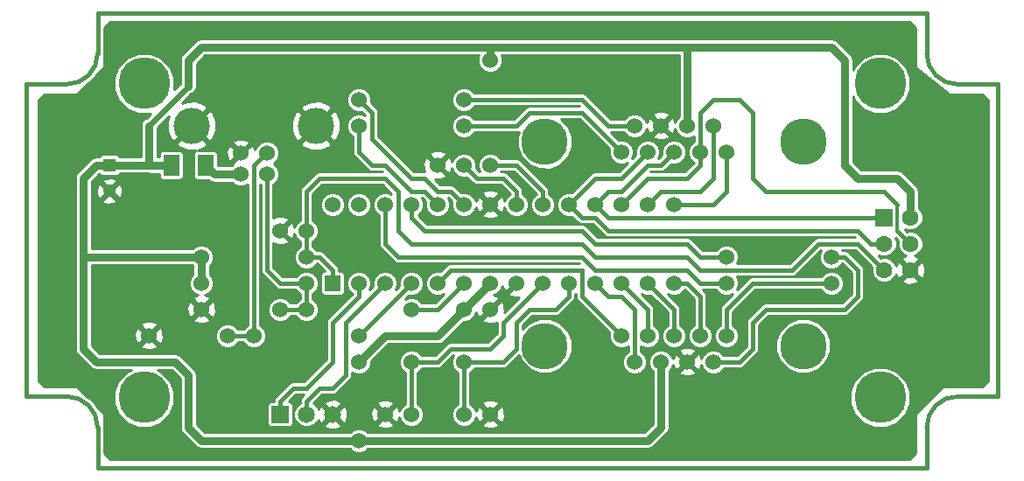
<source format=gbl>
G04 (created by PCBNEW (2013-jul-07)-stable) date Mi 20 Mai 2015 08:33:18 CEST*
%MOIN*%
G04 Gerber Fmt 3.4, Leading zero omitted, Abs format*
%FSLAX34Y34*%
G01*
G70*
G90*
G04 APERTURE LIST*
%ADD10C,0.00590551*%
%ADD11C,0.015*%
%ADD12C,0.06*%
%ADD13R,0.06X0.08*%
%ADD14R,0.065X0.065*%
%ADD15C,0.063*%
%ADD16R,0.05X0.05*%
%ADD17C,0.05*%
%ADD18R,0.06X0.06*%
%ADD19C,0.1378*%
%ADD20C,0.1772*%
%ADD21C,0.1969*%
%ADD22C,0.065*%
%ADD23C,0.0295276*%
%ADD24C,0.023622*%
%ADD25C,0.0314961*%
%ADD26C,0.015748*%
%ADD27C,0.011811*%
%ADD28C,0.01*%
G04 APERTURE END LIST*
G54D10*
G54D11*
X40551Y-30709D02*
X40551Y-30748D01*
X72126Y-30709D02*
X40551Y-30709D01*
X37835Y-33425D02*
X37835Y-45315D01*
X39370Y-33425D02*
X37835Y-33425D01*
X74842Y-45315D02*
X74842Y-33425D01*
X40551Y-48031D02*
X72126Y-48031D01*
X40551Y-46496D02*
X40551Y-48031D01*
X39370Y-45315D02*
X37835Y-45315D01*
X72126Y-46496D02*
X72126Y-48031D01*
X73307Y-45315D02*
X74842Y-45315D01*
X73307Y-33425D02*
X74842Y-33425D01*
X72126Y-32244D02*
X72126Y-30709D01*
X40551Y-32244D02*
X40551Y-30709D01*
X72126Y-32244D02*
G75*
G03X73307Y-33425I1181J0D01*
G74*
G01*
X73307Y-45315D02*
G75*
G03X72126Y-46496I0J-1181D01*
G74*
G01*
X39370Y-33425D02*
G75*
G03X40551Y-32244I0J1181D01*
G74*
G01*
X40551Y-46496D02*
G75*
G03X39370Y-45315I-1181J0D01*
G74*
G01*
G54D12*
X54500Y-44000D03*
X52500Y-44000D03*
G54D13*
X43350Y-36500D03*
X44650Y-36500D03*
G54D12*
X50500Y-34000D03*
X54500Y-34000D03*
X44500Y-40000D03*
X48500Y-40000D03*
X46500Y-43000D03*
X50500Y-43000D03*
X48500Y-42000D03*
X52500Y-42000D03*
X44500Y-41000D03*
X48500Y-41000D03*
X64500Y-41000D03*
X68500Y-41000D03*
X64500Y-40000D03*
X68500Y-40000D03*
X50500Y-35000D03*
X54500Y-35000D03*
G54D14*
X70500Y-38500D03*
G54D15*
X71500Y-38500D03*
X70500Y-39500D03*
X71500Y-39500D03*
X70500Y-40500D03*
X71500Y-40500D03*
G54D12*
X44500Y-42000D03*
X47500Y-42000D03*
X42500Y-43000D03*
X45500Y-43000D03*
G54D16*
X41000Y-36508D03*
G54D17*
X41000Y-37492D03*
G54D12*
X48500Y-39000D03*
X47500Y-39000D03*
X54500Y-42000D03*
X55500Y-42000D03*
X54500Y-46000D03*
X55500Y-46000D03*
X54500Y-36500D03*
X53500Y-36500D03*
X52500Y-46000D03*
X51500Y-46000D03*
X55500Y-36500D03*
X55500Y-32500D03*
G54D18*
X49500Y-41000D03*
G54D12*
X50500Y-41000D03*
X51500Y-41000D03*
X59500Y-38000D03*
X58500Y-38000D03*
X57500Y-38000D03*
X52500Y-41000D03*
X60500Y-38000D03*
X53500Y-41000D03*
X61500Y-38000D03*
X54500Y-41000D03*
X62500Y-38000D03*
X55500Y-41000D03*
X62500Y-41000D03*
X56500Y-41000D03*
X61500Y-41000D03*
X57500Y-41000D03*
X60500Y-41000D03*
X58500Y-41000D03*
X59500Y-41000D03*
X56500Y-38000D03*
X55500Y-38000D03*
X54500Y-38000D03*
X53500Y-38000D03*
X52500Y-38000D03*
X51500Y-38000D03*
X50500Y-38000D03*
X49500Y-38000D03*
G54D19*
X44138Y-35000D03*
X48862Y-35000D03*
G54D12*
X47000Y-36050D03*
X47000Y-36850D03*
X46000Y-36850D03*
X46000Y-36050D03*
X64500Y-36000D03*
X63500Y-36000D03*
X62500Y-36000D03*
X61500Y-36000D03*
X60500Y-36000D03*
X64000Y-35000D03*
X63000Y-35000D03*
X62000Y-35000D03*
X61000Y-35000D03*
G54D20*
X57579Y-35606D03*
X67421Y-35606D03*
G54D12*
X60500Y-43000D03*
X61500Y-43000D03*
X62500Y-43000D03*
X63500Y-43000D03*
X64500Y-43000D03*
X61000Y-44000D03*
X62000Y-44000D03*
X63000Y-44000D03*
X64000Y-44000D03*
G54D20*
X67421Y-43394D03*
X57579Y-43394D03*
G54D21*
X42323Y-33386D03*
X70354Y-33386D03*
X70354Y-45354D03*
X42323Y-45354D03*
G54D14*
X47500Y-46000D03*
G54D22*
X48500Y-46000D03*
X49500Y-46000D03*
G54D12*
X50500Y-47000D03*
X50500Y-44000D03*
G54D23*
X55500Y-32000D02*
X44500Y-32000D01*
X42500Y-35000D02*
X42500Y-36508D01*
G54D24*
X44000Y-33500D02*
X42500Y-35000D01*
G54D23*
X44000Y-32500D02*
X44000Y-33500D01*
X44500Y-32000D02*
X44000Y-32500D01*
G54D25*
X55500Y-32500D02*
X55500Y-32000D01*
G54D23*
X40000Y-43500D02*
X40000Y-40000D01*
X50500Y-47000D02*
X44500Y-47000D01*
X44500Y-47000D02*
X44000Y-46500D01*
X44000Y-46500D02*
X44000Y-44500D01*
X44000Y-44500D02*
X43500Y-44000D01*
X43500Y-44000D02*
X40500Y-44000D01*
X40500Y-44000D02*
X40000Y-43500D01*
X50500Y-47000D02*
X61500Y-47000D01*
X61500Y-47000D02*
X62000Y-46500D01*
X62000Y-46500D02*
X62000Y-44000D01*
G54D25*
X50500Y-44000D02*
X51500Y-43000D01*
X53500Y-43000D02*
X54500Y-42000D01*
X51500Y-43000D02*
X53500Y-43000D01*
G54D23*
X44500Y-40000D02*
X40000Y-40000D01*
X41000Y-36508D02*
X40492Y-36508D01*
X40492Y-36508D02*
X40000Y-37000D01*
X40000Y-37000D02*
X40000Y-40000D01*
G54D25*
X44500Y-41000D02*
X44500Y-40000D01*
G54D23*
X63000Y-32000D02*
X68500Y-32000D01*
X68500Y-32000D02*
X69000Y-32500D01*
X69000Y-32500D02*
X69000Y-36500D01*
X69000Y-36500D02*
X69500Y-37000D01*
X69500Y-37000D02*
X71000Y-37000D01*
X71000Y-37000D02*
X71500Y-37500D01*
X71500Y-37500D02*
X71500Y-38500D01*
X55500Y-32000D02*
X63000Y-32000D01*
X63000Y-32000D02*
X63000Y-35000D01*
X41000Y-36508D02*
X42500Y-36508D01*
G54D25*
X42500Y-36508D02*
X43342Y-36508D01*
X43342Y-36508D02*
X43350Y-36500D01*
X54500Y-42000D02*
X55500Y-41000D01*
G54D26*
X50500Y-43000D02*
X52500Y-41000D01*
X54500Y-41000D02*
X53500Y-42000D01*
X53500Y-42000D02*
X52500Y-42000D01*
X59500Y-38000D02*
X60000Y-38500D01*
X60000Y-38500D02*
X70500Y-38500D01*
X62500Y-36000D02*
X62000Y-36500D01*
X60000Y-37500D02*
X59500Y-38000D01*
X60500Y-37500D02*
X60000Y-37500D01*
X61500Y-36500D02*
X60500Y-37500D01*
X62000Y-36500D02*
X61500Y-36500D01*
X71000Y-38000D02*
X70500Y-37500D01*
G54D27*
X71000Y-39000D02*
X71000Y-38000D01*
G54D26*
X71500Y-39500D02*
X71000Y-39000D01*
X63500Y-34500D02*
X63500Y-36000D01*
X64000Y-34000D02*
X63500Y-34500D01*
X65000Y-34000D02*
X64000Y-34000D01*
X65500Y-34500D02*
X65000Y-34000D01*
X65500Y-37000D02*
X65500Y-34500D01*
X66000Y-37500D02*
X65500Y-37000D01*
X70500Y-37500D02*
X66000Y-37500D01*
X60500Y-38000D02*
X61000Y-37500D01*
X63500Y-36500D02*
X63500Y-36000D01*
X63000Y-37000D02*
X63500Y-36500D01*
X61500Y-37000D02*
X63000Y-37000D01*
X61000Y-37500D02*
X61500Y-37000D01*
X48500Y-39000D02*
X48500Y-37500D01*
X63500Y-40500D02*
X66500Y-40500D01*
X66500Y-40500D02*
X67000Y-40500D01*
X67000Y-40500D02*
X68000Y-39500D01*
X68000Y-39500D02*
X69500Y-39500D01*
X69500Y-39500D02*
X70000Y-40000D01*
X70000Y-40000D02*
X70500Y-40500D01*
X63000Y-40000D02*
X63500Y-40500D01*
X59500Y-40000D02*
X63000Y-40000D01*
X59000Y-39500D02*
X59500Y-40000D01*
X52500Y-39500D02*
X59000Y-39500D01*
X52000Y-39000D02*
X52500Y-39500D01*
X52000Y-37500D02*
X52000Y-39000D01*
X51500Y-37000D02*
X52000Y-37500D01*
X49000Y-37000D02*
X51500Y-37000D01*
X48500Y-37500D02*
X49000Y-37000D01*
X48500Y-40000D02*
X48500Y-39000D01*
X48500Y-40000D02*
X49000Y-40000D01*
X49500Y-40500D02*
X49500Y-41000D01*
X49000Y-40000D02*
X49500Y-40500D01*
X63500Y-39000D02*
X69500Y-39000D01*
X59000Y-38500D02*
X59500Y-38500D01*
X59500Y-38500D02*
X60000Y-39000D01*
X60000Y-39000D02*
X63500Y-39000D01*
X58500Y-38000D02*
X59000Y-38500D01*
X70000Y-39500D02*
X70500Y-39500D01*
X69500Y-39000D02*
X70000Y-39500D01*
X58500Y-38000D02*
X59500Y-37000D01*
X60500Y-37000D02*
X61500Y-36000D01*
X59500Y-37000D02*
X60500Y-37000D01*
G54D25*
X46000Y-36850D02*
X45000Y-36850D01*
X45000Y-36850D02*
X44650Y-36500D01*
G54D26*
X45500Y-43000D02*
X46500Y-43000D01*
X47000Y-36050D02*
X46950Y-36050D01*
X46500Y-36500D02*
X46500Y-43000D01*
X46950Y-36050D02*
X46500Y-36500D01*
X47500Y-42000D02*
X48500Y-42000D01*
X47000Y-36850D02*
X47000Y-40500D01*
X47500Y-41000D02*
X48500Y-41000D01*
X47000Y-40500D02*
X47500Y-41000D01*
X48500Y-42000D02*
X48500Y-41000D01*
X61500Y-43000D02*
X61500Y-42000D01*
X61000Y-41500D02*
X60500Y-41000D01*
X61500Y-42000D02*
X61000Y-41500D01*
X61500Y-38000D02*
X62000Y-37500D01*
X64000Y-37000D02*
X64000Y-35000D01*
X63500Y-37500D02*
X64000Y-37000D01*
X62000Y-37500D02*
X63500Y-37500D01*
X59500Y-41000D02*
X60000Y-41500D01*
X61000Y-42000D02*
X61000Y-44000D01*
X60500Y-41500D02*
X61000Y-42000D01*
X60000Y-41500D02*
X60500Y-41500D01*
X61500Y-41000D02*
X62000Y-41500D01*
X62500Y-42000D02*
X62500Y-43000D01*
X62000Y-41500D02*
X62500Y-42000D01*
X61000Y-35000D02*
X60000Y-35000D01*
X59000Y-34000D02*
X54500Y-34000D01*
X60000Y-35000D02*
X59000Y-34000D01*
X68500Y-40000D02*
X69000Y-40000D01*
X65000Y-44000D02*
X64000Y-44000D01*
X65500Y-43500D02*
X65000Y-44000D01*
X65500Y-42500D02*
X65500Y-43500D01*
X66000Y-42000D02*
X65500Y-42500D01*
X69000Y-42000D02*
X66000Y-42000D01*
X69500Y-41500D02*
X69000Y-42000D01*
X69500Y-40500D02*
X69500Y-41500D01*
X69000Y-40000D02*
X69500Y-40500D01*
X54500Y-35000D02*
X56500Y-35000D01*
X59000Y-34500D02*
X60500Y-36000D01*
X57000Y-34500D02*
X59000Y-34500D01*
X56500Y-35000D02*
X57000Y-34500D01*
X64500Y-43000D02*
X64500Y-42000D01*
X65500Y-41000D02*
X68500Y-41000D01*
X64500Y-42000D02*
X65500Y-41000D01*
X62500Y-41000D02*
X63000Y-41000D01*
X63500Y-41500D02*
X63500Y-43000D01*
X63000Y-41000D02*
X63500Y-41500D01*
X62500Y-38000D02*
X64000Y-38000D01*
X64500Y-37500D02*
X64500Y-36000D01*
X64000Y-38000D02*
X64500Y-37500D01*
X60500Y-43000D02*
X59000Y-41500D01*
X59000Y-41500D02*
X59000Y-40500D01*
X59000Y-40500D02*
X59000Y-41000D01*
X59000Y-41000D02*
X59000Y-40500D01*
X59000Y-40500D02*
X54000Y-40500D01*
X54000Y-40500D02*
X53500Y-41000D01*
X64500Y-41000D02*
X63500Y-41000D01*
X51500Y-39500D02*
X51500Y-38000D01*
X52000Y-40000D02*
X51500Y-39500D01*
X59000Y-40000D02*
X52000Y-40000D01*
X59500Y-40500D02*
X59000Y-40000D01*
X63000Y-40500D02*
X59500Y-40500D01*
X63500Y-41000D02*
X63000Y-40500D01*
X53500Y-38000D02*
X53000Y-37500D01*
X50500Y-36000D02*
X50500Y-35000D01*
X51000Y-36500D02*
X50500Y-36000D01*
X51500Y-36500D02*
X51000Y-36500D01*
X52500Y-37500D02*
X51500Y-36500D01*
X53000Y-37500D02*
X52500Y-37500D01*
X56500Y-38000D02*
X56500Y-37500D01*
X55000Y-37000D02*
X54500Y-36500D01*
X56000Y-37000D02*
X55000Y-37000D01*
X56500Y-37500D02*
X56000Y-37000D01*
X54500Y-46000D02*
X54500Y-44000D01*
X54500Y-44000D02*
X56000Y-44000D01*
X58500Y-41500D02*
X58500Y-41000D01*
X58000Y-42000D02*
X58500Y-41500D01*
X57000Y-42000D02*
X58000Y-42000D01*
X56500Y-42500D02*
X57000Y-42000D01*
X56500Y-43500D02*
X56500Y-42500D01*
X56000Y-44000D02*
X56500Y-43500D01*
X50500Y-41000D02*
X50500Y-41500D01*
X47500Y-45500D02*
X47500Y-46000D01*
X48000Y-45000D02*
X47500Y-45500D01*
X48500Y-45000D02*
X48000Y-45000D01*
X49500Y-44000D02*
X48500Y-45000D01*
X49500Y-42500D02*
X49500Y-44000D01*
X50500Y-41500D02*
X49500Y-42500D01*
X51500Y-41000D02*
X50000Y-42500D01*
X48500Y-45500D02*
X48500Y-46000D01*
X49000Y-45000D02*
X48500Y-45500D01*
X49500Y-45000D02*
X49000Y-45000D01*
X50000Y-44500D02*
X49500Y-45000D01*
X50000Y-42500D02*
X50000Y-44500D01*
X52500Y-38000D02*
X52500Y-38500D01*
X63500Y-40000D02*
X64500Y-40000D01*
X63000Y-39500D02*
X63500Y-40000D01*
X59500Y-39500D02*
X63000Y-39500D01*
X59000Y-39000D02*
X59500Y-39500D01*
X53000Y-39000D02*
X59000Y-39000D01*
X52500Y-38500D02*
X53000Y-39000D01*
X52500Y-44000D02*
X52500Y-46000D01*
X57500Y-41000D02*
X57000Y-41500D01*
X53500Y-44000D02*
X52500Y-44000D01*
X54000Y-43500D02*
X53500Y-44000D01*
X55500Y-43500D02*
X54000Y-43500D01*
X56000Y-43000D02*
X55500Y-43500D01*
X56000Y-42500D02*
X56000Y-43000D01*
X57000Y-41500D02*
X56000Y-42500D01*
X55500Y-36500D02*
X56500Y-36500D01*
X57500Y-37500D02*
X57500Y-38000D01*
X56500Y-36500D02*
X57500Y-37500D01*
X50500Y-34000D02*
X51000Y-34500D01*
X54000Y-37500D02*
X54500Y-38000D01*
X53500Y-37500D02*
X54000Y-37500D01*
X53000Y-37000D02*
X53500Y-37500D01*
X52500Y-37000D02*
X53000Y-37000D01*
X51500Y-36000D02*
X52500Y-37000D01*
X51000Y-35500D02*
X51500Y-36000D01*
X51000Y-34500D02*
X51000Y-35500D01*
G54D10*
G36*
X74450Y-44729D02*
X74229Y-44950D01*
X72729Y-44950D01*
X72069Y-45609D01*
X72069Y-40585D01*
X72059Y-40360D01*
X71993Y-40203D01*
X71983Y-40199D01*
X71983Y-39404D01*
X71909Y-39226D01*
X71774Y-39090D01*
X71596Y-39016D01*
X71404Y-39016D01*
X71377Y-39028D01*
X71281Y-38932D01*
X71403Y-38983D01*
X71595Y-38983D01*
X71773Y-38909D01*
X71909Y-38774D01*
X71983Y-38596D01*
X71983Y-38404D01*
X71909Y-38226D01*
X71815Y-38132D01*
X71815Y-37500D01*
X71791Y-37379D01*
X71723Y-37276D01*
X71723Y-37276D01*
X71223Y-36776D01*
X71120Y-36708D01*
X71000Y-36684D01*
X70999Y-36684D01*
X69630Y-36684D01*
X69315Y-36369D01*
X69315Y-33891D01*
X69376Y-34038D01*
X69700Y-34362D01*
X70123Y-34538D01*
X70582Y-34538D01*
X71006Y-34363D01*
X71330Y-34039D01*
X71506Y-33616D01*
X71506Y-33157D01*
X71331Y-32733D01*
X71007Y-32409D01*
X70584Y-32233D01*
X70125Y-32233D01*
X69701Y-32408D01*
X69377Y-32732D01*
X69315Y-32880D01*
X69315Y-32500D01*
X69291Y-32379D01*
X69223Y-32276D01*
X69223Y-32276D01*
X68723Y-31776D01*
X68620Y-31708D01*
X68500Y-31684D01*
X68499Y-31684D01*
X63000Y-31684D01*
X55549Y-31684D01*
X55500Y-31674D01*
X55450Y-31684D01*
X44500Y-31684D01*
X44379Y-31708D01*
X44276Y-31776D01*
X44276Y-31776D01*
X43776Y-32276D01*
X43708Y-32379D01*
X43684Y-32500D01*
X43684Y-32500D01*
X43684Y-33410D01*
X43472Y-33622D01*
X43475Y-33616D01*
X43475Y-33157D01*
X43300Y-32733D01*
X42976Y-32409D01*
X42553Y-32233D01*
X42094Y-32233D01*
X41670Y-32408D01*
X41346Y-32732D01*
X41170Y-33155D01*
X41170Y-33614D01*
X41345Y-34038D01*
X41669Y-34362D01*
X42092Y-34538D01*
X42551Y-34538D01*
X42560Y-34535D01*
X42388Y-34706D01*
X42379Y-34708D01*
X42276Y-34776D01*
X42208Y-34879D01*
X42184Y-35000D01*
X42184Y-36192D01*
X41404Y-36192D01*
X41392Y-36162D01*
X41345Y-36115D01*
X41283Y-36089D01*
X41216Y-36089D01*
X40716Y-36089D01*
X40654Y-36115D01*
X40607Y-36162D01*
X40595Y-36192D01*
X40492Y-36192D01*
X40371Y-36216D01*
X40268Y-36284D01*
X40268Y-36284D01*
X39776Y-36776D01*
X39708Y-36879D01*
X39684Y-37000D01*
X39684Y-37000D01*
X39684Y-40000D01*
X39684Y-43499D01*
X39684Y-43500D01*
X39708Y-43620D01*
X39776Y-43723D01*
X40276Y-44223D01*
X40276Y-44223D01*
X40379Y-44291D01*
X40500Y-44315D01*
X41817Y-44315D01*
X41670Y-44376D01*
X41346Y-44700D01*
X41170Y-45123D01*
X41170Y-45582D01*
X41345Y-46006D01*
X41669Y-46330D01*
X42092Y-46506D01*
X42551Y-46506D01*
X42975Y-46331D01*
X43299Y-46007D01*
X43475Y-45584D01*
X43475Y-45125D01*
X43300Y-44701D01*
X42976Y-44377D01*
X42828Y-44315D01*
X43369Y-44315D01*
X43684Y-44630D01*
X43684Y-46499D01*
X43684Y-46500D01*
X43708Y-46620D01*
X43776Y-46723D01*
X44276Y-47223D01*
X44276Y-47223D01*
X44379Y-47291D01*
X44500Y-47315D01*
X50153Y-47315D01*
X50234Y-47396D01*
X50406Y-47468D01*
X50592Y-47468D01*
X50764Y-47397D01*
X50846Y-47315D01*
X61499Y-47315D01*
X61500Y-47315D01*
X61500Y-47315D01*
X61620Y-47291D01*
X61723Y-47223D01*
X62223Y-46723D01*
X62223Y-46723D01*
X62223Y-46723D01*
X62291Y-46620D01*
X62315Y-46500D01*
X62315Y-44346D01*
X62396Y-44265D01*
X62455Y-44123D01*
X62456Y-44136D01*
X62518Y-44287D01*
X62614Y-44315D01*
X62929Y-44000D01*
X62614Y-43684D01*
X62518Y-43712D01*
X62457Y-43882D01*
X62397Y-43735D01*
X62265Y-43603D01*
X62093Y-43531D01*
X61907Y-43531D01*
X61735Y-43602D01*
X61603Y-43734D01*
X61531Y-43906D01*
X61531Y-44092D01*
X61602Y-44264D01*
X61684Y-44346D01*
X61684Y-46369D01*
X61369Y-46684D01*
X56054Y-46684D01*
X56054Y-46081D01*
X56043Y-45863D01*
X55981Y-45712D01*
X55885Y-45684D01*
X55815Y-45755D01*
X55815Y-45614D01*
X55787Y-45518D01*
X55581Y-45445D01*
X55363Y-45456D01*
X55212Y-45518D01*
X55184Y-45614D01*
X55500Y-45929D01*
X55815Y-45614D01*
X55815Y-45755D01*
X55570Y-46000D01*
X55885Y-46315D01*
X55981Y-46287D01*
X56054Y-46081D01*
X56054Y-46684D01*
X55815Y-46684D01*
X55815Y-46385D01*
X55500Y-46070D01*
X55184Y-46385D01*
X55212Y-46481D01*
X55418Y-46554D01*
X55636Y-46543D01*
X55787Y-46481D01*
X55815Y-46385D01*
X55815Y-46684D01*
X51815Y-46684D01*
X51815Y-46385D01*
X51500Y-46070D01*
X51429Y-46141D01*
X51429Y-46000D01*
X51114Y-45684D01*
X51018Y-45712D01*
X50945Y-45918D01*
X50956Y-46136D01*
X51018Y-46287D01*
X51114Y-46315D01*
X51429Y-46000D01*
X51429Y-46141D01*
X51184Y-46385D01*
X51212Y-46481D01*
X51418Y-46554D01*
X51636Y-46543D01*
X51787Y-46481D01*
X51815Y-46385D01*
X51815Y-46684D01*
X50846Y-46684D01*
X50765Y-46603D01*
X50593Y-46531D01*
X50407Y-46531D01*
X50235Y-46602D01*
X50153Y-46684D01*
X50079Y-46684D01*
X50079Y-46087D01*
X50069Y-45859D01*
X50001Y-45697D01*
X49904Y-45666D01*
X49833Y-45737D01*
X49833Y-45595D01*
X49802Y-45498D01*
X49587Y-45420D01*
X49359Y-45430D01*
X49197Y-45498D01*
X49166Y-45595D01*
X49500Y-45929D01*
X49833Y-45595D01*
X49833Y-45737D01*
X49570Y-46000D01*
X49904Y-46333D01*
X50001Y-46302D01*
X50079Y-46087D01*
X50079Y-46684D01*
X49833Y-46684D01*
X49833Y-46404D01*
X49500Y-46070D01*
X49166Y-46404D01*
X49197Y-46501D01*
X49412Y-46579D01*
X49640Y-46569D01*
X49802Y-46501D01*
X49833Y-46404D01*
X49833Y-46684D01*
X44815Y-46684D01*
X44815Y-42385D01*
X44500Y-42070D01*
X44429Y-42141D01*
X44429Y-42000D01*
X44114Y-41684D01*
X44018Y-41712D01*
X43945Y-41918D01*
X43956Y-42136D01*
X44018Y-42287D01*
X44114Y-42315D01*
X44429Y-42000D01*
X44429Y-42141D01*
X44184Y-42385D01*
X44212Y-42481D01*
X44418Y-42554D01*
X44636Y-42543D01*
X44787Y-42481D01*
X44815Y-42385D01*
X44815Y-46684D01*
X44630Y-46684D01*
X44315Y-46369D01*
X44315Y-44500D01*
X44291Y-44379D01*
X44223Y-44276D01*
X44223Y-44276D01*
X43723Y-43776D01*
X43620Y-43708D01*
X43500Y-43684D01*
X43499Y-43684D01*
X43054Y-43684D01*
X43054Y-43081D01*
X43043Y-42863D01*
X42981Y-42712D01*
X42885Y-42684D01*
X42815Y-42755D01*
X42815Y-42614D01*
X42787Y-42518D01*
X42581Y-42445D01*
X42363Y-42456D01*
X42212Y-42518D01*
X42184Y-42614D01*
X42500Y-42929D01*
X42815Y-42614D01*
X42815Y-42755D01*
X42570Y-43000D01*
X42885Y-43315D01*
X42981Y-43287D01*
X43054Y-43081D01*
X43054Y-43684D01*
X42815Y-43684D01*
X42815Y-43385D01*
X42500Y-43070D01*
X42429Y-43141D01*
X42429Y-43000D01*
X42114Y-42684D01*
X42018Y-42712D01*
X41945Y-42918D01*
X41956Y-43136D01*
X42018Y-43287D01*
X42114Y-43315D01*
X42429Y-43000D01*
X42429Y-43141D01*
X42184Y-43385D01*
X42212Y-43481D01*
X42418Y-43554D01*
X42636Y-43543D01*
X42787Y-43481D01*
X42815Y-43385D01*
X42815Y-43684D01*
X40630Y-43684D01*
X40315Y-43369D01*
X40315Y-40315D01*
X44153Y-40315D01*
X44174Y-40336D01*
X44174Y-40663D01*
X44103Y-40734D01*
X44031Y-40906D01*
X44031Y-41092D01*
X44102Y-41264D01*
X44234Y-41396D01*
X44376Y-41455D01*
X44363Y-41456D01*
X44212Y-41518D01*
X44184Y-41614D01*
X44500Y-41929D01*
X44815Y-41614D01*
X44787Y-41518D01*
X44617Y-41457D01*
X44764Y-41397D01*
X44896Y-41265D01*
X44968Y-41093D01*
X44968Y-40907D01*
X44897Y-40735D01*
X44825Y-40663D01*
X44825Y-40336D01*
X44896Y-40265D01*
X44968Y-40093D01*
X44968Y-39907D01*
X44897Y-39735D01*
X44765Y-39603D01*
X44593Y-39531D01*
X44407Y-39531D01*
X44235Y-39602D01*
X44153Y-39684D01*
X41504Y-39684D01*
X41504Y-37561D01*
X41493Y-37363D01*
X41439Y-37234D01*
X41349Y-37213D01*
X41278Y-37283D01*
X41278Y-37142D01*
X41257Y-37052D01*
X41069Y-36987D01*
X40871Y-36998D01*
X40742Y-37052D01*
X40721Y-37142D01*
X41000Y-37421D01*
X41278Y-37142D01*
X41278Y-37283D01*
X41070Y-37492D01*
X41349Y-37770D01*
X41439Y-37749D01*
X41504Y-37561D01*
X41504Y-39684D01*
X41278Y-39684D01*
X41278Y-37841D01*
X41000Y-37562D01*
X40929Y-37633D01*
X40929Y-37492D01*
X40650Y-37213D01*
X40560Y-37234D01*
X40495Y-37422D01*
X40506Y-37620D01*
X40560Y-37749D01*
X40650Y-37770D01*
X40929Y-37492D01*
X40929Y-37633D01*
X40721Y-37841D01*
X40742Y-37931D01*
X40930Y-37996D01*
X41128Y-37985D01*
X41257Y-37931D01*
X41278Y-37841D01*
X41278Y-39684D01*
X40315Y-39684D01*
X40315Y-37130D01*
X40603Y-36843D01*
X40607Y-36853D01*
X40654Y-36900D01*
X40716Y-36926D01*
X40783Y-36926D01*
X41283Y-36926D01*
X41345Y-36900D01*
X41392Y-36853D01*
X41404Y-36823D01*
X42450Y-36823D01*
X42500Y-36833D01*
X42881Y-36833D01*
X42881Y-36933D01*
X42907Y-36995D01*
X42954Y-37042D01*
X43016Y-37068D01*
X43083Y-37068D01*
X43683Y-37068D01*
X43745Y-37042D01*
X43792Y-36995D01*
X43818Y-36933D01*
X43818Y-36866D01*
X43818Y-36066D01*
X43792Y-36004D01*
X43745Y-35957D01*
X43683Y-35931D01*
X43616Y-35931D01*
X43016Y-35931D01*
X42954Y-35957D01*
X42907Y-36004D01*
X42881Y-36066D01*
X42881Y-36133D01*
X42881Y-36182D01*
X42815Y-36182D01*
X42815Y-35089D01*
X43274Y-34630D01*
X43196Y-34825D01*
X43201Y-35198D01*
X43335Y-35521D01*
X43470Y-35596D01*
X44067Y-35000D01*
X44061Y-34994D01*
X44132Y-34923D01*
X44138Y-34929D01*
X44734Y-34332D01*
X44659Y-34197D01*
X44312Y-34058D01*
X43939Y-34063D01*
X43772Y-34132D01*
X44111Y-33793D01*
X44120Y-33791D01*
X44223Y-33723D01*
X44291Y-33620D01*
X44315Y-33500D01*
X44315Y-32630D01*
X44630Y-32315D01*
X55069Y-32315D01*
X55031Y-32406D01*
X55031Y-32592D01*
X55102Y-32764D01*
X55234Y-32896D01*
X55406Y-32968D01*
X55592Y-32968D01*
X55764Y-32897D01*
X55896Y-32765D01*
X55968Y-32593D01*
X55968Y-32407D01*
X55930Y-32315D01*
X62684Y-32315D01*
X62684Y-34653D01*
X62603Y-34734D01*
X62544Y-34876D01*
X62543Y-34863D01*
X62481Y-34712D01*
X62385Y-34684D01*
X62315Y-34755D01*
X62315Y-34614D01*
X62287Y-34518D01*
X62081Y-34445D01*
X61863Y-34456D01*
X61712Y-34518D01*
X61684Y-34614D01*
X62000Y-34929D01*
X62315Y-34614D01*
X62315Y-34755D01*
X62070Y-35000D01*
X62385Y-35315D01*
X62481Y-35287D01*
X62542Y-35117D01*
X62602Y-35264D01*
X62734Y-35396D01*
X62906Y-35468D01*
X63092Y-35468D01*
X63253Y-35401D01*
X63253Y-35595D01*
X63235Y-35602D01*
X63103Y-35734D01*
X63031Y-35906D01*
X63031Y-36092D01*
X63102Y-36264D01*
X63234Y-36396D01*
X63248Y-36402D01*
X62897Y-36753D01*
X61595Y-36753D01*
X61602Y-36746D01*
X62000Y-36746D01*
X62094Y-36728D01*
X62094Y-36728D01*
X62174Y-36674D01*
X62388Y-36460D01*
X62406Y-36468D01*
X62592Y-36468D01*
X62764Y-36397D01*
X62896Y-36265D01*
X62968Y-36093D01*
X62968Y-35907D01*
X62897Y-35735D01*
X62765Y-35603D01*
X62593Y-35531D01*
X62407Y-35531D01*
X62315Y-35569D01*
X62315Y-35385D01*
X62000Y-35070D01*
X61684Y-35385D01*
X61712Y-35481D01*
X61918Y-35554D01*
X62136Y-35543D01*
X62287Y-35481D01*
X62315Y-35385D01*
X62315Y-35569D01*
X62235Y-35602D01*
X62103Y-35734D01*
X62031Y-35906D01*
X62031Y-36092D01*
X62039Y-36111D01*
X61904Y-36246D01*
X61968Y-36093D01*
X61968Y-35907D01*
X61897Y-35735D01*
X61765Y-35603D01*
X61593Y-35531D01*
X61407Y-35531D01*
X61235Y-35602D01*
X61103Y-35734D01*
X61031Y-35906D01*
X61031Y-36092D01*
X61039Y-36111D01*
X60904Y-36246D01*
X60968Y-36093D01*
X60968Y-35907D01*
X60897Y-35735D01*
X60765Y-35603D01*
X60593Y-35531D01*
X60407Y-35531D01*
X60388Y-35539D01*
X60095Y-35246D01*
X60595Y-35246D01*
X60602Y-35264D01*
X60734Y-35396D01*
X60906Y-35468D01*
X61092Y-35468D01*
X61264Y-35397D01*
X61396Y-35265D01*
X61455Y-35123D01*
X61456Y-35136D01*
X61518Y-35287D01*
X61614Y-35315D01*
X61929Y-35000D01*
X61614Y-34684D01*
X61518Y-34712D01*
X61457Y-34882D01*
X61397Y-34735D01*
X61265Y-34603D01*
X61093Y-34531D01*
X60907Y-34531D01*
X60735Y-34602D01*
X60603Y-34734D01*
X60595Y-34753D01*
X60102Y-34753D01*
X59174Y-33825D01*
X59094Y-33771D01*
X59000Y-33753D01*
X54904Y-33753D01*
X54897Y-33735D01*
X54765Y-33603D01*
X54593Y-33531D01*
X54407Y-33531D01*
X54235Y-33602D01*
X54103Y-33734D01*
X54031Y-33906D01*
X54031Y-34092D01*
X54102Y-34264D01*
X54234Y-34396D01*
X54406Y-34468D01*
X54592Y-34468D01*
X54764Y-34397D01*
X54896Y-34265D01*
X54904Y-34246D01*
X58897Y-34246D01*
X58904Y-34253D01*
X57000Y-34253D01*
X56905Y-34271D01*
X56825Y-34325D01*
X56397Y-34753D01*
X54904Y-34753D01*
X54897Y-34735D01*
X54765Y-34603D01*
X54593Y-34531D01*
X54407Y-34531D01*
X54235Y-34602D01*
X54103Y-34734D01*
X54031Y-34906D01*
X54031Y-35092D01*
X54102Y-35264D01*
X54234Y-35396D01*
X54406Y-35468D01*
X54592Y-35468D01*
X54764Y-35397D01*
X54896Y-35265D01*
X54904Y-35246D01*
X56500Y-35246D01*
X56594Y-35228D01*
X56594Y-35228D01*
X56594Y-35227D01*
X56525Y-35395D01*
X56524Y-35814D01*
X56684Y-36202D01*
X56981Y-36499D01*
X57368Y-36659D01*
X57787Y-36660D01*
X58175Y-36500D01*
X58472Y-36203D01*
X58632Y-35816D01*
X58633Y-35397D01*
X58473Y-35009D01*
X58210Y-34746D01*
X58897Y-34746D01*
X60039Y-35888D01*
X60031Y-35906D01*
X60031Y-36092D01*
X60102Y-36264D01*
X60234Y-36396D01*
X60406Y-36468D01*
X60592Y-36468D01*
X60746Y-36404D01*
X60397Y-36753D01*
X59500Y-36753D01*
X59405Y-36771D01*
X59325Y-36825D01*
X58611Y-37539D01*
X58593Y-37531D01*
X58407Y-37531D01*
X58235Y-37602D01*
X58103Y-37734D01*
X58031Y-37906D01*
X58031Y-38092D01*
X58102Y-38264D01*
X58234Y-38396D01*
X58406Y-38468D01*
X58592Y-38468D01*
X58611Y-38460D01*
X58825Y-38674D01*
X58905Y-38728D01*
X58905Y-38728D01*
X59000Y-38746D01*
X59397Y-38746D01*
X59825Y-39174D01*
X59905Y-39228D01*
X59905Y-39228D01*
X60000Y-39246D01*
X63500Y-39246D01*
X69397Y-39246D01*
X69404Y-39253D01*
X68000Y-39253D01*
X67905Y-39271D01*
X67825Y-39325D01*
X66897Y-40253D01*
X66500Y-40253D01*
X64901Y-40253D01*
X64968Y-40093D01*
X64968Y-39907D01*
X64897Y-39735D01*
X64765Y-39603D01*
X64593Y-39531D01*
X64407Y-39531D01*
X64235Y-39602D01*
X64103Y-39734D01*
X64095Y-39753D01*
X63602Y-39753D01*
X63174Y-39325D01*
X63094Y-39271D01*
X63000Y-39253D01*
X59602Y-39253D01*
X59174Y-38825D01*
X59094Y-38771D01*
X59000Y-38753D01*
X57968Y-38753D01*
X57968Y-37907D01*
X57897Y-37735D01*
X57765Y-37603D01*
X57746Y-37595D01*
X57746Y-37500D01*
X57728Y-37405D01*
X57728Y-37405D01*
X57674Y-37325D01*
X56674Y-36325D01*
X56594Y-36271D01*
X56500Y-36253D01*
X55904Y-36253D01*
X55897Y-36235D01*
X55765Y-36103D01*
X55593Y-36031D01*
X55407Y-36031D01*
X55235Y-36102D01*
X55103Y-36234D01*
X55031Y-36406D01*
X55031Y-36592D01*
X55095Y-36746D01*
X54960Y-36611D01*
X54968Y-36593D01*
X54968Y-36407D01*
X54897Y-36235D01*
X54765Y-36103D01*
X54593Y-36031D01*
X54407Y-36031D01*
X54235Y-36102D01*
X54103Y-36234D01*
X54044Y-36376D01*
X54043Y-36363D01*
X53981Y-36212D01*
X53885Y-36184D01*
X53815Y-36255D01*
X53815Y-36114D01*
X53787Y-36018D01*
X53581Y-35945D01*
X53363Y-35956D01*
X53212Y-36018D01*
X53184Y-36114D01*
X53500Y-36429D01*
X53815Y-36114D01*
X53815Y-36255D01*
X53570Y-36500D01*
X53885Y-36815D01*
X53981Y-36787D01*
X54042Y-36617D01*
X54102Y-36764D01*
X54234Y-36896D01*
X54406Y-36968D01*
X54592Y-36968D01*
X54611Y-36960D01*
X54825Y-37174D01*
X54905Y-37228D01*
X54905Y-37228D01*
X55000Y-37246D01*
X55897Y-37246D01*
X56248Y-37597D01*
X56235Y-37602D01*
X56103Y-37734D01*
X56044Y-37876D01*
X56043Y-37863D01*
X55981Y-37712D01*
X55885Y-37684D01*
X55815Y-37755D01*
X55815Y-37614D01*
X55787Y-37518D01*
X55581Y-37445D01*
X55363Y-37456D01*
X55212Y-37518D01*
X55184Y-37614D01*
X55500Y-37929D01*
X55815Y-37614D01*
X55815Y-37755D01*
X55570Y-38000D01*
X55885Y-38315D01*
X55981Y-38287D01*
X56042Y-38117D01*
X56102Y-38264D01*
X56234Y-38396D01*
X56406Y-38468D01*
X56592Y-38468D01*
X56764Y-38397D01*
X56896Y-38265D01*
X56968Y-38093D01*
X56968Y-37907D01*
X56897Y-37735D01*
X56765Y-37603D01*
X56746Y-37595D01*
X56746Y-37500D01*
X56728Y-37405D01*
X56728Y-37405D01*
X56674Y-37325D01*
X56174Y-36825D01*
X56094Y-36771D01*
X56000Y-36753D01*
X55901Y-36753D01*
X55904Y-36746D01*
X56397Y-36746D01*
X57248Y-37597D01*
X57235Y-37602D01*
X57103Y-37734D01*
X57031Y-37906D01*
X57031Y-38092D01*
X57102Y-38264D01*
X57234Y-38396D01*
X57406Y-38468D01*
X57592Y-38468D01*
X57764Y-38397D01*
X57896Y-38265D01*
X57968Y-38093D01*
X57968Y-37907D01*
X57968Y-38753D01*
X55815Y-38753D01*
X55815Y-38385D01*
X55500Y-38070D01*
X55184Y-38385D01*
X55212Y-38481D01*
X55418Y-38554D01*
X55636Y-38543D01*
X55787Y-38481D01*
X55815Y-38385D01*
X55815Y-38753D01*
X53102Y-38753D01*
X52751Y-38402D01*
X52764Y-38397D01*
X52896Y-38265D01*
X52968Y-38093D01*
X52968Y-37907D01*
X52904Y-37753D01*
X53039Y-37888D01*
X53031Y-37906D01*
X53031Y-38092D01*
X53102Y-38264D01*
X53234Y-38396D01*
X53406Y-38468D01*
X53592Y-38468D01*
X53764Y-38397D01*
X53896Y-38265D01*
X53968Y-38093D01*
X53968Y-37907D01*
X53904Y-37753D01*
X54039Y-37888D01*
X54031Y-37906D01*
X54031Y-38092D01*
X54102Y-38264D01*
X54234Y-38396D01*
X54406Y-38468D01*
X54592Y-38468D01*
X54764Y-38397D01*
X54896Y-38265D01*
X54955Y-38123D01*
X54956Y-38136D01*
X55018Y-38287D01*
X55114Y-38315D01*
X55429Y-38000D01*
X55114Y-37684D01*
X55018Y-37712D01*
X54957Y-37882D01*
X54897Y-37735D01*
X54765Y-37603D01*
X54593Y-37531D01*
X54407Y-37531D01*
X54388Y-37539D01*
X54174Y-37325D01*
X54094Y-37271D01*
X54000Y-37253D01*
X53602Y-37253D01*
X53395Y-37046D01*
X53418Y-37054D01*
X53636Y-37043D01*
X53787Y-36981D01*
X53815Y-36885D01*
X53500Y-36570D01*
X53494Y-36576D01*
X53423Y-36505D01*
X53429Y-36500D01*
X53114Y-36184D01*
X53018Y-36212D01*
X52945Y-36418D01*
X52956Y-36636D01*
X53004Y-36754D01*
X53000Y-36753D01*
X52602Y-36753D01*
X51674Y-35825D01*
X51246Y-35397D01*
X51246Y-34500D01*
X51228Y-34405D01*
X51228Y-34405D01*
X51174Y-34325D01*
X50960Y-34111D01*
X50968Y-34093D01*
X50968Y-33907D01*
X50897Y-33735D01*
X50765Y-33603D01*
X50593Y-33531D01*
X50407Y-33531D01*
X50235Y-33602D01*
X50103Y-33734D01*
X50031Y-33906D01*
X50031Y-34092D01*
X50102Y-34264D01*
X50234Y-34396D01*
X50406Y-34468D01*
X50592Y-34468D01*
X50611Y-34460D01*
X50746Y-34595D01*
X50593Y-34531D01*
X50407Y-34531D01*
X50235Y-34602D01*
X50103Y-34734D01*
X50031Y-34906D01*
X50031Y-35092D01*
X50102Y-35264D01*
X50234Y-35396D01*
X50253Y-35404D01*
X50253Y-36000D01*
X50271Y-36094D01*
X50325Y-36174D01*
X50825Y-36674D01*
X50905Y-36728D01*
X50905Y-36728D01*
X51000Y-36746D01*
X51397Y-36746D01*
X51404Y-36753D01*
X49803Y-36753D01*
X49803Y-35174D01*
X49798Y-34801D01*
X49664Y-34478D01*
X49529Y-34403D01*
X49458Y-34474D01*
X49458Y-34332D01*
X49383Y-34197D01*
X49036Y-34058D01*
X48663Y-34063D01*
X48340Y-34197D01*
X48265Y-34332D01*
X48862Y-34929D01*
X49458Y-34332D01*
X49458Y-34474D01*
X48932Y-35000D01*
X49529Y-35596D01*
X49664Y-35521D01*
X49803Y-35174D01*
X49803Y-36753D01*
X49458Y-36753D01*
X49458Y-35667D01*
X48862Y-35070D01*
X48791Y-35141D01*
X48791Y-35000D01*
X48194Y-34403D01*
X48059Y-34478D01*
X47920Y-34825D01*
X47925Y-35198D01*
X48059Y-35521D01*
X48194Y-35596D01*
X48791Y-35000D01*
X48791Y-35141D01*
X48265Y-35667D01*
X48340Y-35802D01*
X48687Y-35941D01*
X49060Y-35936D01*
X49383Y-35802D01*
X49458Y-35667D01*
X49458Y-36753D01*
X49000Y-36753D01*
X48905Y-36771D01*
X48825Y-36825D01*
X48325Y-37325D01*
X48271Y-37405D01*
X48253Y-37500D01*
X48253Y-38595D01*
X48235Y-38602D01*
X48103Y-38734D01*
X48044Y-38876D01*
X48043Y-38863D01*
X47981Y-38712D01*
X47885Y-38684D01*
X47570Y-39000D01*
X47885Y-39315D01*
X47981Y-39287D01*
X48042Y-39117D01*
X48102Y-39264D01*
X48234Y-39396D01*
X48253Y-39404D01*
X48253Y-39595D01*
X48235Y-39602D01*
X48103Y-39734D01*
X48031Y-39906D01*
X48031Y-40092D01*
X48102Y-40264D01*
X48234Y-40396D01*
X48406Y-40468D01*
X48592Y-40468D01*
X48764Y-40397D01*
X48896Y-40265D01*
X48902Y-40251D01*
X49182Y-40531D01*
X49166Y-40531D01*
X49104Y-40557D01*
X49057Y-40604D01*
X49031Y-40666D01*
X49031Y-40733D01*
X49031Y-41333D01*
X49057Y-41395D01*
X49104Y-41442D01*
X49166Y-41468D01*
X49233Y-41468D01*
X49833Y-41468D01*
X49895Y-41442D01*
X49942Y-41395D01*
X49968Y-41333D01*
X49968Y-41266D01*
X49968Y-40666D01*
X49942Y-40604D01*
X49895Y-40557D01*
X49833Y-40531D01*
X49766Y-40531D01*
X49746Y-40531D01*
X49746Y-40500D01*
X49728Y-40405D01*
X49728Y-40405D01*
X49674Y-40325D01*
X49174Y-39825D01*
X49094Y-39771D01*
X49000Y-39753D01*
X48904Y-39753D01*
X48897Y-39735D01*
X48765Y-39603D01*
X48746Y-39595D01*
X48746Y-39404D01*
X48764Y-39397D01*
X48896Y-39265D01*
X48968Y-39093D01*
X48968Y-38907D01*
X48897Y-38735D01*
X48765Y-38603D01*
X48746Y-38595D01*
X48746Y-37602D01*
X49102Y-37246D01*
X51397Y-37246D01*
X51746Y-37595D01*
X51593Y-37531D01*
X51407Y-37531D01*
X51235Y-37602D01*
X51103Y-37734D01*
X51031Y-37906D01*
X51031Y-38092D01*
X51102Y-38264D01*
X51234Y-38396D01*
X51253Y-38404D01*
X51253Y-39500D01*
X51271Y-39594D01*
X51325Y-39674D01*
X51825Y-40174D01*
X51905Y-40228D01*
X51905Y-40228D01*
X52000Y-40246D01*
X58897Y-40246D01*
X58904Y-40253D01*
X54000Y-40253D01*
X53905Y-40271D01*
X53825Y-40325D01*
X53611Y-40539D01*
X53593Y-40531D01*
X53407Y-40531D01*
X53235Y-40602D01*
X53103Y-40734D01*
X53031Y-40906D01*
X53031Y-41092D01*
X53102Y-41264D01*
X53234Y-41396D01*
X53406Y-41468D01*
X53592Y-41468D01*
X53746Y-41404D01*
X53397Y-41753D01*
X52904Y-41753D01*
X52897Y-41735D01*
X52765Y-41603D01*
X52593Y-41531D01*
X52407Y-41531D01*
X52253Y-41595D01*
X52388Y-41460D01*
X52406Y-41468D01*
X52592Y-41468D01*
X52764Y-41397D01*
X52896Y-41265D01*
X52968Y-41093D01*
X52968Y-40907D01*
X52897Y-40735D01*
X52765Y-40603D01*
X52593Y-40531D01*
X52407Y-40531D01*
X52235Y-40602D01*
X52103Y-40734D01*
X52031Y-40906D01*
X52031Y-41092D01*
X52039Y-41111D01*
X51904Y-41246D01*
X51968Y-41093D01*
X51968Y-40907D01*
X51897Y-40735D01*
X51765Y-40603D01*
X51593Y-40531D01*
X51407Y-40531D01*
X51235Y-40602D01*
X51103Y-40734D01*
X51031Y-40906D01*
X51031Y-41092D01*
X51039Y-41111D01*
X50904Y-41246D01*
X50968Y-41093D01*
X50968Y-40907D01*
X50968Y-37907D01*
X50897Y-37735D01*
X50765Y-37603D01*
X50593Y-37531D01*
X50407Y-37531D01*
X50235Y-37602D01*
X50103Y-37734D01*
X50031Y-37906D01*
X50031Y-38092D01*
X50102Y-38264D01*
X50234Y-38396D01*
X50406Y-38468D01*
X50592Y-38468D01*
X50764Y-38397D01*
X50896Y-38265D01*
X50968Y-38093D01*
X50968Y-37907D01*
X50968Y-40907D01*
X50897Y-40735D01*
X50765Y-40603D01*
X50593Y-40531D01*
X50407Y-40531D01*
X50235Y-40602D01*
X50103Y-40734D01*
X50031Y-40906D01*
X50031Y-41092D01*
X50102Y-41264D01*
X50234Y-41396D01*
X50248Y-41402D01*
X49968Y-41682D01*
X49968Y-37907D01*
X49897Y-37735D01*
X49765Y-37603D01*
X49593Y-37531D01*
X49407Y-37531D01*
X49235Y-37602D01*
X49103Y-37734D01*
X49031Y-37906D01*
X49031Y-38092D01*
X49102Y-38264D01*
X49234Y-38396D01*
X49406Y-38468D01*
X49592Y-38468D01*
X49764Y-38397D01*
X49896Y-38265D01*
X49968Y-38093D01*
X49968Y-37907D01*
X49968Y-41682D01*
X49325Y-42325D01*
X49271Y-42405D01*
X49253Y-42500D01*
X49253Y-43897D01*
X48968Y-44182D01*
X48968Y-41907D01*
X48897Y-41735D01*
X48765Y-41603D01*
X48746Y-41595D01*
X48746Y-41404D01*
X48764Y-41397D01*
X48896Y-41265D01*
X48968Y-41093D01*
X48968Y-40907D01*
X48897Y-40735D01*
X48765Y-40603D01*
X48593Y-40531D01*
X48407Y-40531D01*
X48235Y-40602D01*
X48103Y-40734D01*
X48095Y-40753D01*
X47602Y-40753D01*
X47246Y-40397D01*
X47246Y-39493D01*
X47418Y-39554D01*
X47636Y-39543D01*
X47787Y-39481D01*
X47815Y-39385D01*
X47500Y-39070D01*
X47494Y-39076D01*
X47423Y-39005D01*
X47429Y-39000D01*
X47423Y-38994D01*
X47494Y-38923D01*
X47500Y-38929D01*
X47815Y-38614D01*
X47787Y-38518D01*
X47581Y-38445D01*
X47363Y-38456D01*
X47246Y-38504D01*
X47246Y-37254D01*
X47264Y-37247D01*
X47396Y-37115D01*
X47468Y-36943D01*
X47468Y-36757D01*
X47397Y-36585D01*
X47265Y-36453D01*
X47257Y-36450D01*
X47264Y-36447D01*
X47396Y-36315D01*
X47468Y-36143D01*
X47468Y-35957D01*
X47397Y-35785D01*
X47265Y-35653D01*
X47093Y-35581D01*
X46907Y-35581D01*
X46735Y-35652D01*
X46603Y-35784D01*
X46544Y-35926D01*
X46543Y-35913D01*
X46481Y-35762D01*
X46385Y-35734D01*
X46315Y-35805D01*
X46315Y-35664D01*
X46287Y-35568D01*
X46081Y-35495D01*
X45863Y-35506D01*
X45712Y-35568D01*
X45684Y-35664D01*
X46000Y-35979D01*
X46315Y-35664D01*
X46315Y-35805D01*
X46070Y-36050D01*
X46076Y-36055D01*
X46005Y-36126D01*
X46000Y-36120D01*
X45929Y-36191D01*
X45929Y-36050D01*
X45614Y-35734D01*
X45518Y-35762D01*
X45445Y-35968D01*
X45456Y-36186D01*
X45518Y-36337D01*
X45614Y-36365D01*
X45929Y-36050D01*
X45929Y-36191D01*
X45684Y-36435D01*
X45699Y-36488D01*
X45663Y-36524D01*
X45134Y-36524D01*
X45118Y-36507D01*
X45118Y-36066D01*
X45092Y-36004D01*
X45079Y-35991D01*
X45079Y-35174D01*
X45074Y-34801D01*
X44940Y-34478D01*
X44805Y-34403D01*
X44208Y-35000D01*
X44805Y-35596D01*
X44940Y-35521D01*
X45079Y-35174D01*
X45079Y-35991D01*
X45045Y-35957D01*
X44983Y-35931D01*
X44916Y-35931D01*
X44348Y-35931D01*
X44659Y-35802D01*
X44734Y-35667D01*
X44138Y-35070D01*
X43541Y-35667D01*
X43616Y-35802D01*
X43963Y-35941D01*
X44304Y-35936D01*
X44254Y-35957D01*
X44207Y-36004D01*
X44181Y-36066D01*
X44181Y-36133D01*
X44181Y-36933D01*
X44207Y-36995D01*
X44254Y-37042D01*
X44316Y-37068D01*
X44383Y-37068D01*
X44757Y-37068D01*
X44769Y-37080D01*
X44769Y-37080D01*
X44840Y-37127D01*
X44875Y-37150D01*
X44875Y-37150D01*
X44999Y-37175D01*
X45000Y-37175D01*
X45663Y-37175D01*
X45734Y-37246D01*
X45906Y-37318D01*
X46092Y-37318D01*
X46253Y-37251D01*
X46253Y-42595D01*
X46235Y-42602D01*
X46103Y-42734D01*
X46095Y-42753D01*
X45904Y-42753D01*
X45897Y-42735D01*
X45765Y-42603D01*
X45593Y-42531D01*
X45407Y-42531D01*
X45235Y-42602D01*
X45103Y-42734D01*
X45054Y-42851D01*
X45054Y-42081D01*
X45043Y-41863D01*
X44981Y-41712D01*
X44885Y-41684D01*
X44570Y-42000D01*
X44885Y-42315D01*
X44981Y-42287D01*
X45054Y-42081D01*
X45054Y-42851D01*
X45031Y-42906D01*
X45031Y-43092D01*
X45102Y-43264D01*
X45234Y-43396D01*
X45406Y-43468D01*
X45592Y-43468D01*
X45764Y-43397D01*
X45896Y-43265D01*
X45904Y-43246D01*
X46095Y-43246D01*
X46102Y-43264D01*
X46234Y-43396D01*
X46406Y-43468D01*
X46592Y-43468D01*
X46764Y-43397D01*
X46896Y-43265D01*
X46968Y-43093D01*
X46968Y-42907D01*
X46897Y-42735D01*
X46765Y-42603D01*
X46746Y-42595D01*
X46746Y-37251D01*
X46753Y-37254D01*
X46753Y-40500D01*
X46771Y-40594D01*
X46825Y-40674D01*
X47325Y-41174D01*
X47405Y-41228D01*
X47405Y-41228D01*
X47500Y-41246D01*
X48095Y-41246D01*
X48102Y-41264D01*
X48234Y-41396D01*
X48253Y-41404D01*
X48253Y-41595D01*
X48235Y-41602D01*
X48103Y-41734D01*
X48095Y-41753D01*
X47904Y-41753D01*
X47897Y-41735D01*
X47765Y-41603D01*
X47593Y-41531D01*
X47407Y-41531D01*
X47235Y-41602D01*
X47103Y-41734D01*
X47031Y-41906D01*
X47031Y-42092D01*
X47102Y-42264D01*
X47234Y-42396D01*
X47406Y-42468D01*
X47592Y-42468D01*
X47764Y-42397D01*
X47896Y-42265D01*
X47904Y-42246D01*
X48095Y-42246D01*
X48102Y-42264D01*
X48234Y-42396D01*
X48406Y-42468D01*
X48592Y-42468D01*
X48764Y-42397D01*
X48896Y-42265D01*
X48968Y-42093D01*
X48968Y-41907D01*
X48968Y-44182D01*
X48397Y-44753D01*
X48000Y-44753D01*
X47905Y-44771D01*
X47825Y-44825D01*
X47325Y-45325D01*
X47271Y-45405D01*
X47253Y-45500D01*
X47253Y-45506D01*
X47141Y-45506D01*
X47079Y-45532D01*
X47032Y-45579D01*
X47006Y-45641D01*
X47006Y-45708D01*
X47006Y-46358D01*
X47032Y-46420D01*
X47079Y-46467D01*
X47141Y-46493D01*
X47208Y-46493D01*
X47858Y-46493D01*
X47920Y-46467D01*
X47967Y-46420D01*
X47993Y-46358D01*
X47993Y-46291D01*
X47993Y-45641D01*
X47967Y-45579D01*
X47920Y-45532D01*
X47858Y-45506D01*
X47842Y-45506D01*
X48102Y-45246D01*
X48404Y-45246D01*
X48325Y-45325D01*
X48271Y-45405D01*
X48253Y-45500D01*
X48253Y-45568D01*
X48221Y-45581D01*
X48082Y-45720D01*
X48006Y-45901D01*
X48006Y-46097D01*
X48081Y-46278D01*
X48220Y-46417D01*
X48401Y-46493D01*
X48597Y-46493D01*
X48778Y-46418D01*
X48917Y-46279D01*
X48953Y-46194D01*
X48998Y-46302D01*
X49095Y-46333D01*
X49429Y-46000D01*
X49095Y-45666D01*
X48998Y-45697D01*
X48956Y-45812D01*
X48918Y-45721D01*
X48779Y-45582D01*
X48770Y-45578D01*
X49102Y-45246D01*
X49500Y-45246D01*
X49594Y-45228D01*
X49594Y-45228D01*
X49674Y-45174D01*
X50174Y-44674D01*
X50228Y-44594D01*
X50228Y-44594D01*
X50246Y-44500D01*
X50246Y-44401D01*
X50406Y-44468D01*
X50592Y-44468D01*
X50764Y-44397D01*
X50896Y-44265D01*
X50968Y-44093D01*
X50968Y-43992D01*
X51634Y-43325D01*
X53500Y-43325D01*
X53624Y-43300D01*
X53730Y-43230D01*
X54492Y-42468D01*
X54592Y-42468D01*
X54764Y-42397D01*
X54896Y-42265D01*
X54955Y-42123D01*
X54956Y-42136D01*
X55018Y-42287D01*
X55114Y-42315D01*
X55429Y-42000D01*
X55423Y-41994D01*
X55494Y-41923D01*
X55500Y-41929D01*
X55815Y-41614D01*
X55787Y-41518D01*
X55617Y-41457D01*
X55764Y-41397D01*
X55896Y-41265D01*
X55955Y-41123D01*
X55956Y-41136D01*
X56018Y-41287D01*
X56114Y-41315D01*
X56429Y-41000D01*
X56423Y-40994D01*
X56494Y-40923D01*
X56500Y-40929D01*
X56505Y-40923D01*
X56576Y-40994D01*
X56570Y-41000D01*
X56576Y-41005D01*
X56505Y-41076D01*
X56500Y-41070D01*
X56184Y-41385D01*
X56212Y-41481D01*
X56418Y-41554D01*
X56605Y-41545D01*
X56046Y-42104D01*
X56054Y-42081D01*
X56043Y-41863D01*
X55981Y-41712D01*
X55885Y-41684D01*
X55570Y-42000D01*
X55576Y-42005D01*
X55505Y-42076D01*
X55500Y-42070D01*
X55184Y-42385D01*
X55212Y-42481D01*
X55418Y-42554D01*
X55636Y-42543D01*
X55754Y-42495D01*
X55753Y-42500D01*
X55753Y-42897D01*
X55397Y-43253D01*
X54000Y-43253D01*
X53905Y-43271D01*
X53825Y-43325D01*
X53397Y-43753D01*
X52904Y-43753D01*
X52897Y-43735D01*
X52765Y-43603D01*
X52593Y-43531D01*
X52407Y-43531D01*
X52235Y-43602D01*
X52103Y-43734D01*
X52031Y-43906D01*
X52031Y-44092D01*
X52102Y-44264D01*
X52234Y-44396D01*
X52253Y-44404D01*
X52253Y-45595D01*
X52235Y-45602D01*
X52103Y-45734D01*
X52044Y-45876D01*
X52043Y-45863D01*
X51981Y-45712D01*
X51885Y-45684D01*
X51815Y-45755D01*
X51815Y-45614D01*
X51787Y-45518D01*
X51581Y-45445D01*
X51363Y-45456D01*
X51212Y-45518D01*
X51184Y-45614D01*
X51500Y-45929D01*
X51815Y-45614D01*
X51815Y-45755D01*
X51570Y-46000D01*
X51885Y-46315D01*
X51981Y-46287D01*
X52042Y-46117D01*
X52102Y-46264D01*
X52234Y-46396D01*
X52406Y-46468D01*
X52592Y-46468D01*
X52764Y-46397D01*
X52896Y-46265D01*
X52968Y-46093D01*
X52968Y-45907D01*
X52897Y-45735D01*
X52765Y-45603D01*
X52746Y-45595D01*
X52746Y-44404D01*
X52764Y-44397D01*
X52896Y-44265D01*
X52904Y-44246D01*
X53500Y-44246D01*
X53594Y-44228D01*
X53594Y-44228D01*
X53674Y-44174D01*
X54095Y-43753D01*
X54031Y-43906D01*
X54031Y-44092D01*
X54102Y-44264D01*
X54234Y-44396D01*
X54253Y-44404D01*
X54253Y-45595D01*
X54235Y-45602D01*
X54103Y-45734D01*
X54031Y-45906D01*
X54031Y-46092D01*
X54102Y-46264D01*
X54234Y-46396D01*
X54406Y-46468D01*
X54592Y-46468D01*
X54764Y-46397D01*
X54896Y-46265D01*
X54955Y-46123D01*
X54956Y-46136D01*
X55018Y-46287D01*
X55114Y-46315D01*
X55429Y-46000D01*
X55114Y-45684D01*
X55018Y-45712D01*
X54957Y-45882D01*
X54897Y-45735D01*
X54765Y-45603D01*
X54746Y-45595D01*
X54746Y-44404D01*
X54764Y-44397D01*
X54896Y-44265D01*
X54904Y-44246D01*
X56000Y-44246D01*
X56094Y-44228D01*
X56094Y-44228D01*
X56174Y-44174D01*
X56589Y-43759D01*
X56684Y-43990D01*
X56981Y-44287D01*
X57368Y-44447D01*
X57787Y-44448D01*
X58175Y-44288D01*
X58472Y-43991D01*
X58632Y-43604D01*
X58633Y-43185D01*
X58473Y-42797D01*
X58176Y-42500D01*
X57789Y-42340D01*
X57370Y-42339D01*
X56982Y-42499D01*
X56746Y-42735D01*
X56746Y-42602D01*
X57102Y-42246D01*
X58000Y-42246D01*
X58094Y-42228D01*
X58094Y-42228D01*
X58174Y-42174D01*
X58674Y-41674D01*
X58728Y-41594D01*
X58728Y-41594D01*
X58746Y-41500D01*
X58746Y-41404D01*
X58753Y-41401D01*
X58753Y-41500D01*
X58771Y-41594D01*
X58825Y-41674D01*
X60039Y-42888D01*
X60031Y-42906D01*
X60031Y-43092D01*
X60102Y-43264D01*
X60234Y-43396D01*
X60406Y-43468D01*
X60592Y-43468D01*
X60753Y-43401D01*
X60753Y-43595D01*
X60735Y-43602D01*
X60603Y-43734D01*
X60531Y-43906D01*
X60531Y-44092D01*
X60602Y-44264D01*
X60734Y-44396D01*
X60906Y-44468D01*
X61092Y-44468D01*
X61264Y-44397D01*
X61396Y-44265D01*
X61468Y-44093D01*
X61468Y-43907D01*
X61397Y-43735D01*
X61265Y-43603D01*
X61246Y-43595D01*
X61246Y-43401D01*
X61406Y-43468D01*
X61592Y-43468D01*
X61764Y-43397D01*
X61896Y-43265D01*
X61968Y-43093D01*
X61968Y-42907D01*
X61897Y-42735D01*
X61765Y-42603D01*
X61746Y-42595D01*
X61746Y-42000D01*
X61728Y-41905D01*
X61728Y-41905D01*
X61674Y-41825D01*
X61253Y-41404D01*
X61406Y-41468D01*
X61592Y-41468D01*
X61611Y-41460D01*
X61825Y-41674D01*
X62253Y-42102D01*
X62253Y-42595D01*
X62235Y-42602D01*
X62103Y-42734D01*
X62031Y-42906D01*
X62031Y-43092D01*
X62102Y-43264D01*
X62234Y-43396D01*
X62406Y-43468D01*
X62592Y-43468D01*
X62764Y-43397D01*
X62896Y-43265D01*
X62968Y-43093D01*
X62968Y-42907D01*
X62897Y-42735D01*
X62765Y-42603D01*
X62746Y-42595D01*
X62746Y-42000D01*
X62728Y-41905D01*
X62728Y-41905D01*
X62674Y-41825D01*
X62253Y-41404D01*
X62406Y-41468D01*
X62592Y-41468D01*
X62764Y-41397D01*
X62896Y-41265D01*
X62902Y-41251D01*
X63253Y-41602D01*
X63253Y-42595D01*
X63235Y-42602D01*
X63103Y-42734D01*
X63031Y-42906D01*
X63031Y-43092D01*
X63102Y-43264D01*
X63234Y-43396D01*
X63406Y-43468D01*
X63592Y-43468D01*
X63764Y-43397D01*
X63896Y-43265D01*
X63968Y-43093D01*
X63968Y-42907D01*
X63897Y-42735D01*
X63765Y-42603D01*
X63746Y-42595D01*
X63746Y-41500D01*
X63728Y-41405D01*
X63728Y-41405D01*
X63674Y-41325D01*
X63595Y-41246D01*
X64095Y-41246D01*
X64102Y-41264D01*
X64234Y-41396D01*
X64406Y-41468D01*
X64592Y-41468D01*
X64746Y-41404D01*
X64325Y-41825D01*
X64271Y-41905D01*
X64253Y-42000D01*
X64253Y-42595D01*
X64235Y-42602D01*
X64103Y-42734D01*
X64031Y-42906D01*
X64031Y-43092D01*
X64102Y-43264D01*
X64234Y-43396D01*
X64406Y-43468D01*
X64592Y-43468D01*
X64764Y-43397D01*
X64896Y-43265D01*
X64968Y-43093D01*
X64968Y-42907D01*
X64897Y-42735D01*
X64765Y-42603D01*
X64746Y-42595D01*
X64746Y-42102D01*
X65602Y-41246D01*
X68095Y-41246D01*
X68102Y-41264D01*
X68234Y-41396D01*
X68406Y-41468D01*
X68592Y-41468D01*
X68764Y-41397D01*
X68896Y-41265D01*
X68968Y-41093D01*
X68968Y-40907D01*
X68897Y-40735D01*
X68765Y-40603D01*
X68593Y-40531D01*
X68407Y-40531D01*
X68235Y-40602D01*
X68103Y-40734D01*
X68095Y-40753D01*
X65500Y-40753D01*
X65405Y-40771D01*
X65325Y-40825D01*
X64904Y-41246D01*
X64968Y-41093D01*
X64968Y-40907D01*
X64901Y-40746D01*
X66500Y-40746D01*
X67000Y-40746D01*
X67094Y-40728D01*
X67094Y-40728D01*
X67174Y-40674D01*
X68095Y-39753D01*
X68031Y-39906D01*
X68031Y-40092D01*
X68102Y-40264D01*
X68234Y-40396D01*
X68406Y-40468D01*
X68592Y-40468D01*
X68764Y-40397D01*
X68896Y-40265D01*
X68902Y-40251D01*
X69253Y-40602D01*
X69253Y-41397D01*
X68897Y-41753D01*
X66000Y-41753D01*
X65905Y-41771D01*
X65825Y-41825D01*
X65325Y-42325D01*
X65271Y-42405D01*
X65253Y-42500D01*
X65253Y-43397D01*
X64897Y-43753D01*
X64404Y-43753D01*
X64397Y-43735D01*
X64265Y-43603D01*
X64093Y-43531D01*
X63907Y-43531D01*
X63735Y-43602D01*
X63603Y-43734D01*
X63544Y-43876D01*
X63543Y-43863D01*
X63481Y-43712D01*
X63385Y-43684D01*
X63315Y-43755D01*
X63315Y-43614D01*
X63287Y-43518D01*
X63081Y-43445D01*
X62863Y-43456D01*
X62712Y-43518D01*
X62684Y-43614D01*
X63000Y-43929D01*
X63315Y-43614D01*
X63315Y-43755D01*
X63070Y-44000D01*
X63385Y-44315D01*
X63481Y-44287D01*
X63542Y-44117D01*
X63602Y-44264D01*
X63734Y-44396D01*
X63906Y-44468D01*
X64092Y-44468D01*
X64264Y-44397D01*
X64396Y-44265D01*
X64404Y-44246D01*
X65000Y-44246D01*
X65094Y-44228D01*
X65094Y-44228D01*
X65174Y-44174D01*
X65674Y-43674D01*
X65728Y-43594D01*
X65728Y-43594D01*
X65746Y-43500D01*
X65746Y-42602D01*
X66102Y-42246D01*
X69000Y-42246D01*
X69094Y-42228D01*
X69094Y-42228D01*
X69174Y-42174D01*
X69674Y-41674D01*
X69728Y-41594D01*
X69728Y-41594D01*
X69746Y-41500D01*
X69746Y-40500D01*
X69728Y-40405D01*
X69728Y-40405D01*
X69674Y-40325D01*
X69174Y-39825D01*
X69094Y-39771D01*
X69000Y-39753D01*
X68904Y-39753D01*
X68901Y-39746D01*
X69397Y-39746D01*
X69825Y-40174D01*
X70027Y-40377D01*
X70016Y-40403D01*
X70016Y-40595D01*
X70090Y-40773D01*
X70225Y-40909D01*
X70403Y-40983D01*
X70595Y-40983D01*
X70773Y-40909D01*
X70909Y-40774D01*
X70953Y-40668D01*
X71006Y-40796D01*
X71103Y-40826D01*
X71429Y-40500D01*
X71103Y-40173D01*
X71006Y-40203D01*
X70956Y-40340D01*
X70909Y-40226D01*
X70774Y-40090D01*
X70596Y-40016D01*
X70404Y-40016D01*
X70377Y-40028D01*
X70281Y-39932D01*
X70403Y-39983D01*
X70595Y-39983D01*
X70773Y-39909D01*
X70909Y-39774D01*
X70983Y-39596D01*
X70983Y-39404D01*
X70932Y-39281D01*
X71027Y-39377D01*
X71016Y-39403D01*
X71016Y-39595D01*
X71090Y-39773D01*
X71225Y-39909D01*
X71331Y-39953D01*
X71203Y-40006D01*
X71173Y-40103D01*
X71500Y-40429D01*
X71826Y-40103D01*
X71796Y-40006D01*
X71659Y-39956D01*
X71773Y-39909D01*
X71909Y-39774D01*
X71983Y-39596D01*
X71983Y-39404D01*
X71983Y-40199D01*
X71896Y-40173D01*
X71570Y-40500D01*
X71896Y-40826D01*
X71993Y-40796D01*
X72069Y-40585D01*
X72069Y-45609D01*
X71826Y-45853D01*
X71826Y-40896D01*
X71500Y-40570D01*
X71173Y-40896D01*
X71203Y-40993D01*
X71414Y-41069D01*
X71639Y-41059D01*
X71796Y-40993D01*
X71826Y-40896D01*
X71826Y-45853D01*
X71700Y-45979D01*
X71700Y-47479D01*
X71506Y-47672D01*
X71506Y-45125D01*
X71331Y-44701D01*
X71007Y-44377D01*
X70584Y-44201D01*
X70125Y-44201D01*
X69701Y-44376D01*
X69377Y-44700D01*
X69201Y-45123D01*
X69201Y-45582D01*
X69376Y-46006D01*
X69700Y-46330D01*
X70123Y-46506D01*
X70582Y-46506D01*
X71006Y-46331D01*
X71330Y-46007D01*
X71506Y-45584D01*
X71506Y-45125D01*
X71506Y-47672D01*
X71479Y-47700D01*
X68475Y-47700D01*
X68475Y-43185D01*
X68315Y-42797D01*
X68018Y-42500D01*
X67631Y-42340D01*
X67212Y-42339D01*
X66824Y-42499D01*
X66527Y-42796D01*
X66367Y-43183D01*
X66366Y-43602D01*
X66526Y-43990D01*
X66823Y-44287D01*
X67210Y-44447D01*
X67629Y-44448D01*
X68017Y-44288D01*
X68314Y-43991D01*
X68474Y-43604D01*
X68475Y-43185D01*
X68475Y-47700D01*
X63315Y-47700D01*
X63315Y-44385D01*
X63000Y-44070D01*
X62684Y-44385D01*
X62712Y-44481D01*
X62918Y-44554D01*
X63136Y-44543D01*
X63287Y-44481D01*
X63315Y-44385D01*
X63315Y-47700D01*
X41020Y-47700D01*
X40800Y-47479D01*
X40800Y-45979D01*
X40530Y-45709D01*
X40407Y-45525D01*
X40339Y-45458D01*
X40338Y-45457D01*
X40158Y-45337D01*
X39770Y-44950D01*
X38520Y-44950D01*
X38300Y-44729D01*
X38300Y-34020D01*
X38520Y-33800D01*
X39770Y-33800D01*
X40188Y-33382D01*
X40338Y-33282D01*
X40339Y-33281D01*
X40407Y-33214D01*
X40509Y-33060D01*
X40800Y-32770D01*
X40800Y-31270D01*
X41020Y-31050D01*
X71479Y-31050D01*
X71700Y-31270D01*
X71700Y-32774D01*
X72982Y-33800D01*
X74229Y-33800D01*
X74450Y-34020D01*
X74450Y-44729D01*
X74450Y-44729D01*
G37*
G54D28*
X74450Y-44729D02*
X74229Y-44950D01*
X72729Y-44950D01*
X72069Y-45609D01*
X72069Y-40585D01*
X72059Y-40360D01*
X71993Y-40203D01*
X71983Y-40199D01*
X71983Y-39404D01*
X71909Y-39226D01*
X71774Y-39090D01*
X71596Y-39016D01*
X71404Y-39016D01*
X71377Y-39028D01*
X71281Y-38932D01*
X71403Y-38983D01*
X71595Y-38983D01*
X71773Y-38909D01*
X71909Y-38774D01*
X71983Y-38596D01*
X71983Y-38404D01*
X71909Y-38226D01*
X71815Y-38132D01*
X71815Y-37500D01*
X71791Y-37379D01*
X71723Y-37276D01*
X71723Y-37276D01*
X71223Y-36776D01*
X71120Y-36708D01*
X71000Y-36684D01*
X70999Y-36684D01*
X69630Y-36684D01*
X69315Y-36369D01*
X69315Y-33891D01*
X69376Y-34038D01*
X69700Y-34362D01*
X70123Y-34538D01*
X70582Y-34538D01*
X71006Y-34363D01*
X71330Y-34039D01*
X71506Y-33616D01*
X71506Y-33157D01*
X71331Y-32733D01*
X71007Y-32409D01*
X70584Y-32233D01*
X70125Y-32233D01*
X69701Y-32408D01*
X69377Y-32732D01*
X69315Y-32880D01*
X69315Y-32500D01*
X69291Y-32379D01*
X69223Y-32276D01*
X69223Y-32276D01*
X68723Y-31776D01*
X68620Y-31708D01*
X68500Y-31684D01*
X68499Y-31684D01*
X63000Y-31684D01*
X55549Y-31684D01*
X55500Y-31674D01*
X55450Y-31684D01*
X44500Y-31684D01*
X44379Y-31708D01*
X44276Y-31776D01*
X44276Y-31776D01*
X43776Y-32276D01*
X43708Y-32379D01*
X43684Y-32500D01*
X43684Y-32500D01*
X43684Y-33410D01*
X43472Y-33622D01*
X43475Y-33616D01*
X43475Y-33157D01*
X43300Y-32733D01*
X42976Y-32409D01*
X42553Y-32233D01*
X42094Y-32233D01*
X41670Y-32408D01*
X41346Y-32732D01*
X41170Y-33155D01*
X41170Y-33614D01*
X41345Y-34038D01*
X41669Y-34362D01*
X42092Y-34538D01*
X42551Y-34538D01*
X42560Y-34535D01*
X42388Y-34706D01*
X42379Y-34708D01*
X42276Y-34776D01*
X42208Y-34879D01*
X42184Y-35000D01*
X42184Y-36192D01*
X41404Y-36192D01*
X41392Y-36162D01*
X41345Y-36115D01*
X41283Y-36089D01*
X41216Y-36089D01*
X40716Y-36089D01*
X40654Y-36115D01*
X40607Y-36162D01*
X40595Y-36192D01*
X40492Y-36192D01*
X40371Y-36216D01*
X40268Y-36284D01*
X40268Y-36284D01*
X39776Y-36776D01*
X39708Y-36879D01*
X39684Y-37000D01*
X39684Y-37000D01*
X39684Y-40000D01*
X39684Y-43499D01*
X39684Y-43500D01*
X39708Y-43620D01*
X39776Y-43723D01*
X40276Y-44223D01*
X40276Y-44223D01*
X40379Y-44291D01*
X40500Y-44315D01*
X41817Y-44315D01*
X41670Y-44376D01*
X41346Y-44700D01*
X41170Y-45123D01*
X41170Y-45582D01*
X41345Y-46006D01*
X41669Y-46330D01*
X42092Y-46506D01*
X42551Y-46506D01*
X42975Y-46331D01*
X43299Y-46007D01*
X43475Y-45584D01*
X43475Y-45125D01*
X43300Y-44701D01*
X42976Y-44377D01*
X42828Y-44315D01*
X43369Y-44315D01*
X43684Y-44630D01*
X43684Y-46499D01*
X43684Y-46500D01*
X43708Y-46620D01*
X43776Y-46723D01*
X44276Y-47223D01*
X44276Y-47223D01*
X44379Y-47291D01*
X44500Y-47315D01*
X50153Y-47315D01*
X50234Y-47396D01*
X50406Y-47468D01*
X50592Y-47468D01*
X50764Y-47397D01*
X50846Y-47315D01*
X61499Y-47315D01*
X61500Y-47315D01*
X61500Y-47315D01*
X61620Y-47291D01*
X61723Y-47223D01*
X62223Y-46723D01*
X62223Y-46723D01*
X62223Y-46723D01*
X62291Y-46620D01*
X62315Y-46500D01*
X62315Y-44346D01*
X62396Y-44265D01*
X62455Y-44123D01*
X62456Y-44136D01*
X62518Y-44287D01*
X62614Y-44315D01*
X62929Y-44000D01*
X62614Y-43684D01*
X62518Y-43712D01*
X62457Y-43882D01*
X62397Y-43735D01*
X62265Y-43603D01*
X62093Y-43531D01*
X61907Y-43531D01*
X61735Y-43602D01*
X61603Y-43734D01*
X61531Y-43906D01*
X61531Y-44092D01*
X61602Y-44264D01*
X61684Y-44346D01*
X61684Y-46369D01*
X61369Y-46684D01*
X56054Y-46684D01*
X56054Y-46081D01*
X56043Y-45863D01*
X55981Y-45712D01*
X55885Y-45684D01*
X55815Y-45755D01*
X55815Y-45614D01*
X55787Y-45518D01*
X55581Y-45445D01*
X55363Y-45456D01*
X55212Y-45518D01*
X55184Y-45614D01*
X55500Y-45929D01*
X55815Y-45614D01*
X55815Y-45755D01*
X55570Y-46000D01*
X55885Y-46315D01*
X55981Y-46287D01*
X56054Y-46081D01*
X56054Y-46684D01*
X55815Y-46684D01*
X55815Y-46385D01*
X55500Y-46070D01*
X55184Y-46385D01*
X55212Y-46481D01*
X55418Y-46554D01*
X55636Y-46543D01*
X55787Y-46481D01*
X55815Y-46385D01*
X55815Y-46684D01*
X51815Y-46684D01*
X51815Y-46385D01*
X51500Y-46070D01*
X51429Y-46141D01*
X51429Y-46000D01*
X51114Y-45684D01*
X51018Y-45712D01*
X50945Y-45918D01*
X50956Y-46136D01*
X51018Y-46287D01*
X51114Y-46315D01*
X51429Y-46000D01*
X51429Y-46141D01*
X51184Y-46385D01*
X51212Y-46481D01*
X51418Y-46554D01*
X51636Y-46543D01*
X51787Y-46481D01*
X51815Y-46385D01*
X51815Y-46684D01*
X50846Y-46684D01*
X50765Y-46603D01*
X50593Y-46531D01*
X50407Y-46531D01*
X50235Y-46602D01*
X50153Y-46684D01*
X50079Y-46684D01*
X50079Y-46087D01*
X50069Y-45859D01*
X50001Y-45697D01*
X49904Y-45666D01*
X49833Y-45737D01*
X49833Y-45595D01*
X49802Y-45498D01*
X49587Y-45420D01*
X49359Y-45430D01*
X49197Y-45498D01*
X49166Y-45595D01*
X49500Y-45929D01*
X49833Y-45595D01*
X49833Y-45737D01*
X49570Y-46000D01*
X49904Y-46333D01*
X50001Y-46302D01*
X50079Y-46087D01*
X50079Y-46684D01*
X49833Y-46684D01*
X49833Y-46404D01*
X49500Y-46070D01*
X49166Y-46404D01*
X49197Y-46501D01*
X49412Y-46579D01*
X49640Y-46569D01*
X49802Y-46501D01*
X49833Y-46404D01*
X49833Y-46684D01*
X44815Y-46684D01*
X44815Y-42385D01*
X44500Y-42070D01*
X44429Y-42141D01*
X44429Y-42000D01*
X44114Y-41684D01*
X44018Y-41712D01*
X43945Y-41918D01*
X43956Y-42136D01*
X44018Y-42287D01*
X44114Y-42315D01*
X44429Y-42000D01*
X44429Y-42141D01*
X44184Y-42385D01*
X44212Y-42481D01*
X44418Y-42554D01*
X44636Y-42543D01*
X44787Y-42481D01*
X44815Y-42385D01*
X44815Y-46684D01*
X44630Y-46684D01*
X44315Y-46369D01*
X44315Y-44500D01*
X44291Y-44379D01*
X44223Y-44276D01*
X44223Y-44276D01*
X43723Y-43776D01*
X43620Y-43708D01*
X43500Y-43684D01*
X43499Y-43684D01*
X43054Y-43684D01*
X43054Y-43081D01*
X43043Y-42863D01*
X42981Y-42712D01*
X42885Y-42684D01*
X42815Y-42755D01*
X42815Y-42614D01*
X42787Y-42518D01*
X42581Y-42445D01*
X42363Y-42456D01*
X42212Y-42518D01*
X42184Y-42614D01*
X42500Y-42929D01*
X42815Y-42614D01*
X42815Y-42755D01*
X42570Y-43000D01*
X42885Y-43315D01*
X42981Y-43287D01*
X43054Y-43081D01*
X43054Y-43684D01*
X42815Y-43684D01*
X42815Y-43385D01*
X42500Y-43070D01*
X42429Y-43141D01*
X42429Y-43000D01*
X42114Y-42684D01*
X42018Y-42712D01*
X41945Y-42918D01*
X41956Y-43136D01*
X42018Y-43287D01*
X42114Y-43315D01*
X42429Y-43000D01*
X42429Y-43141D01*
X42184Y-43385D01*
X42212Y-43481D01*
X42418Y-43554D01*
X42636Y-43543D01*
X42787Y-43481D01*
X42815Y-43385D01*
X42815Y-43684D01*
X40630Y-43684D01*
X40315Y-43369D01*
X40315Y-40315D01*
X44153Y-40315D01*
X44174Y-40336D01*
X44174Y-40663D01*
X44103Y-40734D01*
X44031Y-40906D01*
X44031Y-41092D01*
X44102Y-41264D01*
X44234Y-41396D01*
X44376Y-41455D01*
X44363Y-41456D01*
X44212Y-41518D01*
X44184Y-41614D01*
X44500Y-41929D01*
X44815Y-41614D01*
X44787Y-41518D01*
X44617Y-41457D01*
X44764Y-41397D01*
X44896Y-41265D01*
X44968Y-41093D01*
X44968Y-40907D01*
X44897Y-40735D01*
X44825Y-40663D01*
X44825Y-40336D01*
X44896Y-40265D01*
X44968Y-40093D01*
X44968Y-39907D01*
X44897Y-39735D01*
X44765Y-39603D01*
X44593Y-39531D01*
X44407Y-39531D01*
X44235Y-39602D01*
X44153Y-39684D01*
X41504Y-39684D01*
X41504Y-37561D01*
X41493Y-37363D01*
X41439Y-37234D01*
X41349Y-37213D01*
X41278Y-37283D01*
X41278Y-37142D01*
X41257Y-37052D01*
X41069Y-36987D01*
X40871Y-36998D01*
X40742Y-37052D01*
X40721Y-37142D01*
X41000Y-37421D01*
X41278Y-37142D01*
X41278Y-37283D01*
X41070Y-37492D01*
X41349Y-37770D01*
X41439Y-37749D01*
X41504Y-37561D01*
X41504Y-39684D01*
X41278Y-39684D01*
X41278Y-37841D01*
X41000Y-37562D01*
X40929Y-37633D01*
X40929Y-37492D01*
X40650Y-37213D01*
X40560Y-37234D01*
X40495Y-37422D01*
X40506Y-37620D01*
X40560Y-37749D01*
X40650Y-37770D01*
X40929Y-37492D01*
X40929Y-37633D01*
X40721Y-37841D01*
X40742Y-37931D01*
X40930Y-37996D01*
X41128Y-37985D01*
X41257Y-37931D01*
X41278Y-37841D01*
X41278Y-39684D01*
X40315Y-39684D01*
X40315Y-37130D01*
X40603Y-36843D01*
X40607Y-36853D01*
X40654Y-36900D01*
X40716Y-36926D01*
X40783Y-36926D01*
X41283Y-36926D01*
X41345Y-36900D01*
X41392Y-36853D01*
X41404Y-36823D01*
X42450Y-36823D01*
X42500Y-36833D01*
X42881Y-36833D01*
X42881Y-36933D01*
X42907Y-36995D01*
X42954Y-37042D01*
X43016Y-37068D01*
X43083Y-37068D01*
X43683Y-37068D01*
X43745Y-37042D01*
X43792Y-36995D01*
X43818Y-36933D01*
X43818Y-36866D01*
X43818Y-36066D01*
X43792Y-36004D01*
X43745Y-35957D01*
X43683Y-35931D01*
X43616Y-35931D01*
X43016Y-35931D01*
X42954Y-35957D01*
X42907Y-36004D01*
X42881Y-36066D01*
X42881Y-36133D01*
X42881Y-36182D01*
X42815Y-36182D01*
X42815Y-35089D01*
X43274Y-34630D01*
X43196Y-34825D01*
X43201Y-35198D01*
X43335Y-35521D01*
X43470Y-35596D01*
X44067Y-35000D01*
X44061Y-34994D01*
X44132Y-34923D01*
X44138Y-34929D01*
X44734Y-34332D01*
X44659Y-34197D01*
X44312Y-34058D01*
X43939Y-34063D01*
X43772Y-34132D01*
X44111Y-33793D01*
X44120Y-33791D01*
X44223Y-33723D01*
X44291Y-33620D01*
X44315Y-33500D01*
X44315Y-32630D01*
X44630Y-32315D01*
X55069Y-32315D01*
X55031Y-32406D01*
X55031Y-32592D01*
X55102Y-32764D01*
X55234Y-32896D01*
X55406Y-32968D01*
X55592Y-32968D01*
X55764Y-32897D01*
X55896Y-32765D01*
X55968Y-32593D01*
X55968Y-32407D01*
X55930Y-32315D01*
X62684Y-32315D01*
X62684Y-34653D01*
X62603Y-34734D01*
X62544Y-34876D01*
X62543Y-34863D01*
X62481Y-34712D01*
X62385Y-34684D01*
X62315Y-34755D01*
X62315Y-34614D01*
X62287Y-34518D01*
X62081Y-34445D01*
X61863Y-34456D01*
X61712Y-34518D01*
X61684Y-34614D01*
X62000Y-34929D01*
X62315Y-34614D01*
X62315Y-34755D01*
X62070Y-35000D01*
X62385Y-35315D01*
X62481Y-35287D01*
X62542Y-35117D01*
X62602Y-35264D01*
X62734Y-35396D01*
X62906Y-35468D01*
X63092Y-35468D01*
X63253Y-35401D01*
X63253Y-35595D01*
X63235Y-35602D01*
X63103Y-35734D01*
X63031Y-35906D01*
X63031Y-36092D01*
X63102Y-36264D01*
X63234Y-36396D01*
X63248Y-36402D01*
X62897Y-36753D01*
X61595Y-36753D01*
X61602Y-36746D01*
X62000Y-36746D01*
X62094Y-36728D01*
X62094Y-36728D01*
X62174Y-36674D01*
X62388Y-36460D01*
X62406Y-36468D01*
X62592Y-36468D01*
X62764Y-36397D01*
X62896Y-36265D01*
X62968Y-36093D01*
X62968Y-35907D01*
X62897Y-35735D01*
X62765Y-35603D01*
X62593Y-35531D01*
X62407Y-35531D01*
X62315Y-35569D01*
X62315Y-35385D01*
X62000Y-35070D01*
X61684Y-35385D01*
X61712Y-35481D01*
X61918Y-35554D01*
X62136Y-35543D01*
X62287Y-35481D01*
X62315Y-35385D01*
X62315Y-35569D01*
X62235Y-35602D01*
X62103Y-35734D01*
X62031Y-35906D01*
X62031Y-36092D01*
X62039Y-36111D01*
X61904Y-36246D01*
X61968Y-36093D01*
X61968Y-35907D01*
X61897Y-35735D01*
X61765Y-35603D01*
X61593Y-35531D01*
X61407Y-35531D01*
X61235Y-35602D01*
X61103Y-35734D01*
X61031Y-35906D01*
X61031Y-36092D01*
X61039Y-36111D01*
X60904Y-36246D01*
X60968Y-36093D01*
X60968Y-35907D01*
X60897Y-35735D01*
X60765Y-35603D01*
X60593Y-35531D01*
X60407Y-35531D01*
X60388Y-35539D01*
X60095Y-35246D01*
X60595Y-35246D01*
X60602Y-35264D01*
X60734Y-35396D01*
X60906Y-35468D01*
X61092Y-35468D01*
X61264Y-35397D01*
X61396Y-35265D01*
X61455Y-35123D01*
X61456Y-35136D01*
X61518Y-35287D01*
X61614Y-35315D01*
X61929Y-35000D01*
X61614Y-34684D01*
X61518Y-34712D01*
X61457Y-34882D01*
X61397Y-34735D01*
X61265Y-34603D01*
X61093Y-34531D01*
X60907Y-34531D01*
X60735Y-34602D01*
X60603Y-34734D01*
X60595Y-34753D01*
X60102Y-34753D01*
X59174Y-33825D01*
X59094Y-33771D01*
X59000Y-33753D01*
X54904Y-33753D01*
X54897Y-33735D01*
X54765Y-33603D01*
X54593Y-33531D01*
X54407Y-33531D01*
X54235Y-33602D01*
X54103Y-33734D01*
X54031Y-33906D01*
X54031Y-34092D01*
X54102Y-34264D01*
X54234Y-34396D01*
X54406Y-34468D01*
X54592Y-34468D01*
X54764Y-34397D01*
X54896Y-34265D01*
X54904Y-34246D01*
X58897Y-34246D01*
X58904Y-34253D01*
X57000Y-34253D01*
X56905Y-34271D01*
X56825Y-34325D01*
X56397Y-34753D01*
X54904Y-34753D01*
X54897Y-34735D01*
X54765Y-34603D01*
X54593Y-34531D01*
X54407Y-34531D01*
X54235Y-34602D01*
X54103Y-34734D01*
X54031Y-34906D01*
X54031Y-35092D01*
X54102Y-35264D01*
X54234Y-35396D01*
X54406Y-35468D01*
X54592Y-35468D01*
X54764Y-35397D01*
X54896Y-35265D01*
X54904Y-35246D01*
X56500Y-35246D01*
X56594Y-35228D01*
X56594Y-35228D01*
X56594Y-35227D01*
X56525Y-35395D01*
X56524Y-35814D01*
X56684Y-36202D01*
X56981Y-36499D01*
X57368Y-36659D01*
X57787Y-36660D01*
X58175Y-36500D01*
X58472Y-36203D01*
X58632Y-35816D01*
X58633Y-35397D01*
X58473Y-35009D01*
X58210Y-34746D01*
X58897Y-34746D01*
X60039Y-35888D01*
X60031Y-35906D01*
X60031Y-36092D01*
X60102Y-36264D01*
X60234Y-36396D01*
X60406Y-36468D01*
X60592Y-36468D01*
X60746Y-36404D01*
X60397Y-36753D01*
X59500Y-36753D01*
X59405Y-36771D01*
X59325Y-36825D01*
X58611Y-37539D01*
X58593Y-37531D01*
X58407Y-37531D01*
X58235Y-37602D01*
X58103Y-37734D01*
X58031Y-37906D01*
X58031Y-38092D01*
X58102Y-38264D01*
X58234Y-38396D01*
X58406Y-38468D01*
X58592Y-38468D01*
X58611Y-38460D01*
X58825Y-38674D01*
X58905Y-38728D01*
X58905Y-38728D01*
X59000Y-38746D01*
X59397Y-38746D01*
X59825Y-39174D01*
X59905Y-39228D01*
X59905Y-39228D01*
X60000Y-39246D01*
X63500Y-39246D01*
X69397Y-39246D01*
X69404Y-39253D01*
X68000Y-39253D01*
X67905Y-39271D01*
X67825Y-39325D01*
X66897Y-40253D01*
X66500Y-40253D01*
X64901Y-40253D01*
X64968Y-40093D01*
X64968Y-39907D01*
X64897Y-39735D01*
X64765Y-39603D01*
X64593Y-39531D01*
X64407Y-39531D01*
X64235Y-39602D01*
X64103Y-39734D01*
X64095Y-39753D01*
X63602Y-39753D01*
X63174Y-39325D01*
X63094Y-39271D01*
X63000Y-39253D01*
X59602Y-39253D01*
X59174Y-38825D01*
X59094Y-38771D01*
X59000Y-38753D01*
X57968Y-38753D01*
X57968Y-37907D01*
X57897Y-37735D01*
X57765Y-37603D01*
X57746Y-37595D01*
X57746Y-37500D01*
X57728Y-37405D01*
X57728Y-37405D01*
X57674Y-37325D01*
X56674Y-36325D01*
X56594Y-36271D01*
X56500Y-36253D01*
X55904Y-36253D01*
X55897Y-36235D01*
X55765Y-36103D01*
X55593Y-36031D01*
X55407Y-36031D01*
X55235Y-36102D01*
X55103Y-36234D01*
X55031Y-36406D01*
X55031Y-36592D01*
X55095Y-36746D01*
X54960Y-36611D01*
X54968Y-36593D01*
X54968Y-36407D01*
X54897Y-36235D01*
X54765Y-36103D01*
X54593Y-36031D01*
X54407Y-36031D01*
X54235Y-36102D01*
X54103Y-36234D01*
X54044Y-36376D01*
X54043Y-36363D01*
X53981Y-36212D01*
X53885Y-36184D01*
X53815Y-36255D01*
X53815Y-36114D01*
X53787Y-36018D01*
X53581Y-35945D01*
X53363Y-35956D01*
X53212Y-36018D01*
X53184Y-36114D01*
X53500Y-36429D01*
X53815Y-36114D01*
X53815Y-36255D01*
X53570Y-36500D01*
X53885Y-36815D01*
X53981Y-36787D01*
X54042Y-36617D01*
X54102Y-36764D01*
X54234Y-36896D01*
X54406Y-36968D01*
X54592Y-36968D01*
X54611Y-36960D01*
X54825Y-37174D01*
X54905Y-37228D01*
X54905Y-37228D01*
X55000Y-37246D01*
X55897Y-37246D01*
X56248Y-37597D01*
X56235Y-37602D01*
X56103Y-37734D01*
X56044Y-37876D01*
X56043Y-37863D01*
X55981Y-37712D01*
X55885Y-37684D01*
X55815Y-37755D01*
X55815Y-37614D01*
X55787Y-37518D01*
X55581Y-37445D01*
X55363Y-37456D01*
X55212Y-37518D01*
X55184Y-37614D01*
X55500Y-37929D01*
X55815Y-37614D01*
X55815Y-37755D01*
X55570Y-38000D01*
X55885Y-38315D01*
X55981Y-38287D01*
X56042Y-38117D01*
X56102Y-38264D01*
X56234Y-38396D01*
X56406Y-38468D01*
X56592Y-38468D01*
X56764Y-38397D01*
X56896Y-38265D01*
X56968Y-38093D01*
X56968Y-37907D01*
X56897Y-37735D01*
X56765Y-37603D01*
X56746Y-37595D01*
X56746Y-37500D01*
X56728Y-37405D01*
X56728Y-37405D01*
X56674Y-37325D01*
X56174Y-36825D01*
X56094Y-36771D01*
X56000Y-36753D01*
X55901Y-36753D01*
X55904Y-36746D01*
X56397Y-36746D01*
X57248Y-37597D01*
X57235Y-37602D01*
X57103Y-37734D01*
X57031Y-37906D01*
X57031Y-38092D01*
X57102Y-38264D01*
X57234Y-38396D01*
X57406Y-38468D01*
X57592Y-38468D01*
X57764Y-38397D01*
X57896Y-38265D01*
X57968Y-38093D01*
X57968Y-37907D01*
X57968Y-38753D01*
X55815Y-38753D01*
X55815Y-38385D01*
X55500Y-38070D01*
X55184Y-38385D01*
X55212Y-38481D01*
X55418Y-38554D01*
X55636Y-38543D01*
X55787Y-38481D01*
X55815Y-38385D01*
X55815Y-38753D01*
X53102Y-38753D01*
X52751Y-38402D01*
X52764Y-38397D01*
X52896Y-38265D01*
X52968Y-38093D01*
X52968Y-37907D01*
X52904Y-37753D01*
X53039Y-37888D01*
X53031Y-37906D01*
X53031Y-38092D01*
X53102Y-38264D01*
X53234Y-38396D01*
X53406Y-38468D01*
X53592Y-38468D01*
X53764Y-38397D01*
X53896Y-38265D01*
X53968Y-38093D01*
X53968Y-37907D01*
X53904Y-37753D01*
X54039Y-37888D01*
X54031Y-37906D01*
X54031Y-38092D01*
X54102Y-38264D01*
X54234Y-38396D01*
X54406Y-38468D01*
X54592Y-38468D01*
X54764Y-38397D01*
X54896Y-38265D01*
X54955Y-38123D01*
X54956Y-38136D01*
X55018Y-38287D01*
X55114Y-38315D01*
X55429Y-38000D01*
X55114Y-37684D01*
X55018Y-37712D01*
X54957Y-37882D01*
X54897Y-37735D01*
X54765Y-37603D01*
X54593Y-37531D01*
X54407Y-37531D01*
X54388Y-37539D01*
X54174Y-37325D01*
X54094Y-37271D01*
X54000Y-37253D01*
X53602Y-37253D01*
X53395Y-37046D01*
X53418Y-37054D01*
X53636Y-37043D01*
X53787Y-36981D01*
X53815Y-36885D01*
X53500Y-36570D01*
X53494Y-36576D01*
X53423Y-36505D01*
X53429Y-36500D01*
X53114Y-36184D01*
X53018Y-36212D01*
X52945Y-36418D01*
X52956Y-36636D01*
X53004Y-36754D01*
X53000Y-36753D01*
X52602Y-36753D01*
X51674Y-35825D01*
X51246Y-35397D01*
X51246Y-34500D01*
X51228Y-34405D01*
X51228Y-34405D01*
X51174Y-34325D01*
X50960Y-34111D01*
X50968Y-34093D01*
X50968Y-33907D01*
X50897Y-33735D01*
X50765Y-33603D01*
X50593Y-33531D01*
X50407Y-33531D01*
X50235Y-33602D01*
X50103Y-33734D01*
X50031Y-33906D01*
X50031Y-34092D01*
X50102Y-34264D01*
X50234Y-34396D01*
X50406Y-34468D01*
X50592Y-34468D01*
X50611Y-34460D01*
X50746Y-34595D01*
X50593Y-34531D01*
X50407Y-34531D01*
X50235Y-34602D01*
X50103Y-34734D01*
X50031Y-34906D01*
X50031Y-35092D01*
X50102Y-35264D01*
X50234Y-35396D01*
X50253Y-35404D01*
X50253Y-36000D01*
X50271Y-36094D01*
X50325Y-36174D01*
X50825Y-36674D01*
X50905Y-36728D01*
X50905Y-36728D01*
X51000Y-36746D01*
X51397Y-36746D01*
X51404Y-36753D01*
X49803Y-36753D01*
X49803Y-35174D01*
X49798Y-34801D01*
X49664Y-34478D01*
X49529Y-34403D01*
X49458Y-34474D01*
X49458Y-34332D01*
X49383Y-34197D01*
X49036Y-34058D01*
X48663Y-34063D01*
X48340Y-34197D01*
X48265Y-34332D01*
X48862Y-34929D01*
X49458Y-34332D01*
X49458Y-34474D01*
X48932Y-35000D01*
X49529Y-35596D01*
X49664Y-35521D01*
X49803Y-35174D01*
X49803Y-36753D01*
X49458Y-36753D01*
X49458Y-35667D01*
X48862Y-35070D01*
X48791Y-35141D01*
X48791Y-35000D01*
X48194Y-34403D01*
X48059Y-34478D01*
X47920Y-34825D01*
X47925Y-35198D01*
X48059Y-35521D01*
X48194Y-35596D01*
X48791Y-35000D01*
X48791Y-35141D01*
X48265Y-35667D01*
X48340Y-35802D01*
X48687Y-35941D01*
X49060Y-35936D01*
X49383Y-35802D01*
X49458Y-35667D01*
X49458Y-36753D01*
X49000Y-36753D01*
X48905Y-36771D01*
X48825Y-36825D01*
X48325Y-37325D01*
X48271Y-37405D01*
X48253Y-37500D01*
X48253Y-38595D01*
X48235Y-38602D01*
X48103Y-38734D01*
X48044Y-38876D01*
X48043Y-38863D01*
X47981Y-38712D01*
X47885Y-38684D01*
X47570Y-39000D01*
X47885Y-39315D01*
X47981Y-39287D01*
X48042Y-39117D01*
X48102Y-39264D01*
X48234Y-39396D01*
X48253Y-39404D01*
X48253Y-39595D01*
X48235Y-39602D01*
X48103Y-39734D01*
X48031Y-39906D01*
X48031Y-40092D01*
X48102Y-40264D01*
X48234Y-40396D01*
X48406Y-40468D01*
X48592Y-40468D01*
X48764Y-40397D01*
X48896Y-40265D01*
X48902Y-40251D01*
X49182Y-40531D01*
X49166Y-40531D01*
X49104Y-40557D01*
X49057Y-40604D01*
X49031Y-40666D01*
X49031Y-40733D01*
X49031Y-41333D01*
X49057Y-41395D01*
X49104Y-41442D01*
X49166Y-41468D01*
X49233Y-41468D01*
X49833Y-41468D01*
X49895Y-41442D01*
X49942Y-41395D01*
X49968Y-41333D01*
X49968Y-41266D01*
X49968Y-40666D01*
X49942Y-40604D01*
X49895Y-40557D01*
X49833Y-40531D01*
X49766Y-40531D01*
X49746Y-40531D01*
X49746Y-40500D01*
X49728Y-40405D01*
X49728Y-40405D01*
X49674Y-40325D01*
X49174Y-39825D01*
X49094Y-39771D01*
X49000Y-39753D01*
X48904Y-39753D01*
X48897Y-39735D01*
X48765Y-39603D01*
X48746Y-39595D01*
X48746Y-39404D01*
X48764Y-39397D01*
X48896Y-39265D01*
X48968Y-39093D01*
X48968Y-38907D01*
X48897Y-38735D01*
X48765Y-38603D01*
X48746Y-38595D01*
X48746Y-37602D01*
X49102Y-37246D01*
X51397Y-37246D01*
X51746Y-37595D01*
X51593Y-37531D01*
X51407Y-37531D01*
X51235Y-37602D01*
X51103Y-37734D01*
X51031Y-37906D01*
X51031Y-38092D01*
X51102Y-38264D01*
X51234Y-38396D01*
X51253Y-38404D01*
X51253Y-39500D01*
X51271Y-39594D01*
X51325Y-39674D01*
X51825Y-40174D01*
X51905Y-40228D01*
X51905Y-40228D01*
X52000Y-40246D01*
X58897Y-40246D01*
X58904Y-40253D01*
X54000Y-40253D01*
X53905Y-40271D01*
X53825Y-40325D01*
X53611Y-40539D01*
X53593Y-40531D01*
X53407Y-40531D01*
X53235Y-40602D01*
X53103Y-40734D01*
X53031Y-40906D01*
X53031Y-41092D01*
X53102Y-41264D01*
X53234Y-41396D01*
X53406Y-41468D01*
X53592Y-41468D01*
X53746Y-41404D01*
X53397Y-41753D01*
X52904Y-41753D01*
X52897Y-41735D01*
X52765Y-41603D01*
X52593Y-41531D01*
X52407Y-41531D01*
X52253Y-41595D01*
X52388Y-41460D01*
X52406Y-41468D01*
X52592Y-41468D01*
X52764Y-41397D01*
X52896Y-41265D01*
X52968Y-41093D01*
X52968Y-40907D01*
X52897Y-40735D01*
X52765Y-40603D01*
X52593Y-40531D01*
X52407Y-40531D01*
X52235Y-40602D01*
X52103Y-40734D01*
X52031Y-40906D01*
X52031Y-41092D01*
X52039Y-41111D01*
X51904Y-41246D01*
X51968Y-41093D01*
X51968Y-40907D01*
X51897Y-40735D01*
X51765Y-40603D01*
X51593Y-40531D01*
X51407Y-40531D01*
X51235Y-40602D01*
X51103Y-40734D01*
X51031Y-40906D01*
X51031Y-41092D01*
X51039Y-41111D01*
X50904Y-41246D01*
X50968Y-41093D01*
X50968Y-40907D01*
X50968Y-37907D01*
X50897Y-37735D01*
X50765Y-37603D01*
X50593Y-37531D01*
X50407Y-37531D01*
X50235Y-37602D01*
X50103Y-37734D01*
X50031Y-37906D01*
X50031Y-38092D01*
X50102Y-38264D01*
X50234Y-38396D01*
X50406Y-38468D01*
X50592Y-38468D01*
X50764Y-38397D01*
X50896Y-38265D01*
X50968Y-38093D01*
X50968Y-37907D01*
X50968Y-40907D01*
X50897Y-40735D01*
X50765Y-40603D01*
X50593Y-40531D01*
X50407Y-40531D01*
X50235Y-40602D01*
X50103Y-40734D01*
X50031Y-40906D01*
X50031Y-41092D01*
X50102Y-41264D01*
X50234Y-41396D01*
X50248Y-41402D01*
X49968Y-41682D01*
X49968Y-37907D01*
X49897Y-37735D01*
X49765Y-37603D01*
X49593Y-37531D01*
X49407Y-37531D01*
X49235Y-37602D01*
X49103Y-37734D01*
X49031Y-37906D01*
X49031Y-38092D01*
X49102Y-38264D01*
X49234Y-38396D01*
X49406Y-38468D01*
X49592Y-38468D01*
X49764Y-38397D01*
X49896Y-38265D01*
X49968Y-38093D01*
X49968Y-37907D01*
X49968Y-41682D01*
X49325Y-42325D01*
X49271Y-42405D01*
X49253Y-42500D01*
X49253Y-43897D01*
X48968Y-44182D01*
X48968Y-41907D01*
X48897Y-41735D01*
X48765Y-41603D01*
X48746Y-41595D01*
X48746Y-41404D01*
X48764Y-41397D01*
X48896Y-41265D01*
X48968Y-41093D01*
X48968Y-40907D01*
X48897Y-40735D01*
X48765Y-40603D01*
X48593Y-40531D01*
X48407Y-40531D01*
X48235Y-40602D01*
X48103Y-40734D01*
X48095Y-40753D01*
X47602Y-40753D01*
X47246Y-40397D01*
X47246Y-39493D01*
X47418Y-39554D01*
X47636Y-39543D01*
X47787Y-39481D01*
X47815Y-39385D01*
X47500Y-39070D01*
X47494Y-39076D01*
X47423Y-39005D01*
X47429Y-39000D01*
X47423Y-38994D01*
X47494Y-38923D01*
X47500Y-38929D01*
X47815Y-38614D01*
X47787Y-38518D01*
X47581Y-38445D01*
X47363Y-38456D01*
X47246Y-38504D01*
X47246Y-37254D01*
X47264Y-37247D01*
X47396Y-37115D01*
X47468Y-36943D01*
X47468Y-36757D01*
X47397Y-36585D01*
X47265Y-36453D01*
X47257Y-36450D01*
X47264Y-36447D01*
X47396Y-36315D01*
X47468Y-36143D01*
X47468Y-35957D01*
X47397Y-35785D01*
X47265Y-35653D01*
X47093Y-35581D01*
X46907Y-35581D01*
X46735Y-35652D01*
X46603Y-35784D01*
X46544Y-35926D01*
X46543Y-35913D01*
X46481Y-35762D01*
X46385Y-35734D01*
X46315Y-35805D01*
X46315Y-35664D01*
X46287Y-35568D01*
X46081Y-35495D01*
X45863Y-35506D01*
X45712Y-35568D01*
X45684Y-35664D01*
X46000Y-35979D01*
X46315Y-35664D01*
X46315Y-35805D01*
X46070Y-36050D01*
X46076Y-36055D01*
X46005Y-36126D01*
X46000Y-36120D01*
X45929Y-36191D01*
X45929Y-36050D01*
X45614Y-35734D01*
X45518Y-35762D01*
X45445Y-35968D01*
X45456Y-36186D01*
X45518Y-36337D01*
X45614Y-36365D01*
X45929Y-36050D01*
X45929Y-36191D01*
X45684Y-36435D01*
X45699Y-36488D01*
X45663Y-36524D01*
X45134Y-36524D01*
X45118Y-36507D01*
X45118Y-36066D01*
X45092Y-36004D01*
X45079Y-35991D01*
X45079Y-35174D01*
X45074Y-34801D01*
X44940Y-34478D01*
X44805Y-34403D01*
X44208Y-35000D01*
X44805Y-35596D01*
X44940Y-35521D01*
X45079Y-35174D01*
X45079Y-35991D01*
X45045Y-35957D01*
X44983Y-35931D01*
X44916Y-35931D01*
X44348Y-35931D01*
X44659Y-35802D01*
X44734Y-35667D01*
X44138Y-35070D01*
X43541Y-35667D01*
X43616Y-35802D01*
X43963Y-35941D01*
X44304Y-35936D01*
X44254Y-35957D01*
X44207Y-36004D01*
X44181Y-36066D01*
X44181Y-36133D01*
X44181Y-36933D01*
X44207Y-36995D01*
X44254Y-37042D01*
X44316Y-37068D01*
X44383Y-37068D01*
X44757Y-37068D01*
X44769Y-37080D01*
X44769Y-37080D01*
X44840Y-37127D01*
X44875Y-37150D01*
X44875Y-37150D01*
X44999Y-37175D01*
X45000Y-37175D01*
X45663Y-37175D01*
X45734Y-37246D01*
X45906Y-37318D01*
X46092Y-37318D01*
X46253Y-37251D01*
X46253Y-42595D01*
X46235Y-42602D01*
X46103Y-42734D01*
X46095Y-42753D01*
X45904Y-42753D01*
X45897Y-42735D01*
X45765Y-42603D01*
X45593Y-42531D01*
X45407Y-42531D01*
X45235Y-42602D01*
X45103Y-42734D01*
X45054Y-42851D01*
X45054Y-42081D01*
X45043Y-41863D01*
X44981Y-41712D01*
X44885Y-41684D01*
X44570Y-42000D01*
X44885Y-42315D01*
X44981Y-42287D01*
X45054Y-42081D01*
X45054Y-42851D01*
X45031Y-42906D01*
X45031Y-43092D01*
X45102Y-43264D01*
X45234Y-43396D01*
X45406Y-43468D01*
X45592Y-43468D01*
X45764Y-43397D01*
X45896Y-43265D01*
X45904Y-43246D01*
X46095Y-43246D01*
X46102Y-43264D01*
X46234Y-43396D01*
X46406Y-43468D01*
X46592Y-43468D01*
X46764Y-43397D01*
X46896Y-43265D01*
X46968Y-43093D01*
X46968Y-42907D01*
X46897Y-42735D01*
X46765Y-42603D01*
X46746Y-42595D01*
X46746Y-37251D01*
X46753Y-37254D01*
X46753Y-40500D01*
X46771Y-40594D01*
X46825Y-40674D01*
X47325Y-41174D01*
X47405Y-41228D01*
X47405Y-41228D01*
X47500Y-41246D01*
X48095Y-41246D01*
X48102Y-41264D01*
X48234Y-41396D01*
X48253Y-41404D01*
X48253Y-41595D01*
X48235Y-41602D01*
X48103Y-41734D01*
X48095Y-41753D01*
X47904Y-41753D01*
X47897Y-41735D01*
X47765Y-41603D01*
X47593Y-41531D01*
X47407Y-41531D01*
X47235Y-41602D01*
X47103Y-41734D01*
X47031Y-41906D01*
X47031Y-42092D01*
X47102Y-42264D01*
X47234Y-42396D01*
X47406Y-42468D01*
X47592Y-42468D01*
X47764Y-42397D01*
X47896Y-42265D01*
X47904Y-42246D01*
X48095Y-42246D01*
X48102Y-42264D01*
X48234Y-42396D01*
X48406Y-42468D01*
X48592Y-42468D01*
X48764Y-42397D01*
X48896Y-42265D01*
X48968Y-42093D01*
X48968Y-41907D01*
X48968Y-44182D01*
X48397Y-44753D01*
X48000Y-44753D01*
X47905Y-44771D01*
X47825Y-44825D01*
X47325Y-45325D01*
X47271Y-45405D01*
X47253Y-45500D01*
X47253Y-45506D01*
X47141Y-45506D01*
X47079Y-45532D01*
X47032Y-45579D01*
X47006Y-45641D01*
X47006Y-45708D01*
X47006Y-46358D01*
X47032Y-46420D01*
X47079Y-46467D01*
X47141Y-46493D01*
X47208Y-46493D01*
X47858Y-46493D01*
X47920Y-46467D01*
X47967Y-46420D01*
X47993Y-46358D01*
X47993Y-46291D01*
X47993Y-45641D01*
X47967Y-45579D01*
X47920Y-45532D01*
X47858Y-45506D01*
X47842Y-45506D01*
X48102Y-45246D01*
X48404Y-45246D01*
X48325Y-45325D01*
X48271Y-45405D01*
X48253Y-45500D01*
X48253Y-45568D01*
X48221Y-45581D01*
X48082Y-45720D01*
X48006Y-45901D01*
X48006Y-46097D01*
X48081Y-46278D01*
X48220Y-46417D01*
X48401Y-46493D01*
X48597Y-46493D01*
X48778Y-46418D01*
X48917Y-46279D01*
X48953Y-46194D01*
X48998Y-46302D01*
X49095Y-46333D01*
X49429Y-46000D01*
X49095Y-45666D01*
X48998Y-45697D01*
X48956Y-45812D01*
X48918Y-45721D01*
X48779Y-45582D01*
X48770Y-45578D01*
X49102Y-45246D01*
X49500Y-45246D01*
X49594Y-45228D01*
X49594Y-45228D01*
X49674Y-45174D01*
X50174Y-44674D01*
X50228Y-44594D01*
X50228Y-44594D01*
X50246Y-44500D01*
X50246Y-44401D01*
X50406Y-44468D01*
X50592Y-44468D01*
X50764Y-44397D01*
X50896Y-44265D01*
X50968Y-44093D01*
X50968Y-43992D01*
X51634Y-43325D01*
X53500Y-43325D01*
X53624Y-43300D01*
X53730Y-43230D01*
X54492Y-42468D01*
X54592Y-42468D01*
X54764Y-42397D01*
X54896Y-42265D01*
X54955Y-42123D01*
X54956Y-42136D01*
X55018Y-42287D01*
X55114Y-42315D01*
X55429Y-42000D01*
X55423Y-41994D01*
X55494Y-41923D01*
X55500Y-41929D01*
X55815Y-41614D01*
X55787Y-41518D01*
X55617Y-41457D01*
X55764Y-41397D01*
X55896Y-41265D01*
X55955Y-41123D01*
X55956Y-41136D01*
X56018Y-41287D01*
X56114Y-41315D01*
X56429Y-41000D01*
X56423Y-40994D01*
X56494Y-40923D01*
X56500Y-40929D01*
X56505Y-40923D01*
X56576Y-40994D01*
X56570Y-41000D01*
X56576Y-41005D01*
X56505Y-41076D01*
X56500Y-41070D01*
X56184Y-41385D01*
X56212Y-41481D01*
X56418Y-41554D01*
X56605Y-41545D01*
X56046Y-42104D01*
X56054Y-42081D01*
X56043Y-41863D01*
X55981Y-41712D01*
X55885Y-41684D01*
X55570Y-42000D01*
X55576Y-42005D01*
X55505Y-42076D01*
X55500Y-42070D01*
X55184Y-42385D01*
X55212Y-42481D01*
X55418Y-42554D01*
X55636Y-42543D01*
X55754Y-42495D01*
X55753Y-42500D01*
X55753Y-42897D01*
X55397Y-43253D01*
X54000Y-43253D01*
X53905Y-43271D01*
X53825Y-43325D01*
X53397Y-43753D01*
X52904Y-43753D01*
X52897Y-43735D01*
X52765Y-43603D01*
X52593Y-43531D01*
X52407Y-43531D01*
X52235Y-43602D01*
X52103Y-43734D01*
X52031Y-43906D01*
X52031Y-44092D01*
X52102Y-44264D01*
X52234Y-44396D01*
X52253Y-44404D01*
X52253Y-45595D01*
X52235Y-45602D01*
X52103Y-45734D01*
X52044Y-45876D01*
X52043Y-45863D01*
X51981Y-45712D01*
X51885Y-45684D01*
X51815Y-45755D01*
X51815Y-45614D01*
X51787Y-45518D01*
X51581Y-45445D01*
X51363Y-45456D01*
X51212Y-45518D01*
X51184Y-45614D01*
X51500Y-45929D01*
X51815Y-45614D01*
X51815Y-45755D01*
X51570Y-46000D01*
X51885Y-46315D01*
X51981Y-46287D01*
X52042Y-46117D01*
X52102Y-46264D01*
X52234Y-46396D01*
X52406Y-46468D01*
X52592Y-46468D01*
X52764Y-46397D01*
X52896Y-46265D01*
X52968Y-46093D01*
X52968Y-45907D01*
X52897Y-45735D01*
X52765Y-45603D01*
X52746Y-45595D01*
X52746Y-44404D01*
X52764Y-44397D01*
X52896Y-44265D01*
X52904Y-44246D01*
X53500Y-44246D01*
X53594Y-44228D01*
X53594Y-44228D01*
X53674Y-44174D01*
X54095Y-43753D01*
X54031Y-43906D01*
X54031Y-44092D01*
X54102Y-44264D01*
X54234Y-44396D01*
X54253Y-44404D01*
X54253Y-45595D01*
X54235Y-45602D01*
X54103Y-45734D01*
X54031Y-45906D01*
X54031Y-46092D01*
X54102Y-46264D01*
X54234Y-46396D01*
X54406Y-46468D01*
X54592Y-46468D01*
X54764Y-46397D01*
X54896Y-46265D01*
X54955Y-46123D01*
X54956Y-46136D01*
X55018Y-46287D01*
X55114Y-46315D01*
X55429Y-46000D01*
X55114Y-45684D01*
X55018Y-45712D01*
X54957Y-45882D01*
X54897Y-45735D01*
X54765Y-45603D01*
X54746Y-45595D01*
X54746Y-44404D01*
X54764Y-44397D01*
X54896Y-44265D01*
X54904Y-44246D01*
X56000Y-44246D01*
X56094Y-44228D01*
X56094Y-44228D01*
X56174Y-44174D01*
X56589Y-43759D01*
X56684Y-43990D01*
X56981Y-44287D01*
X57368Y-44447D01*
X57787Y-44448D01*
X58175Y-44288D01*
X58472Y-43991D01*
X58632Y-43604D01*
X58633Y-43185D01*
X58473Y-42797D01*
X58176Y-42500D01*
X57789Y-42340D01*
X57370Y-42339D01*
X56982Y-42499D01*
X56746Y-42735D01*
X56746Y-42602D01*
X57102Y-42246D01*
X58000Y-42246D01*
X58094Y-42228D01*
X58094Y-42228D01*
X58174Y-42174D01*
X58674Y-41674D01*
X58728Y-41594D01*
X58728Y-41594D01*
X58746Y-41500D01*
X58746Y-41404D01*
X58753Y-41401D01*
X58753Y-41500D01*
X58771Y-41594D01*
X58825Y-41674D01*
X60039Y-42888D01*
X60031Y-42906D01*
X60031Y-43092D01*
X60102Y-43264D01*
X60234Y-43396D01*
X60406Y-43468D01*
X60592Y-43468D01*
X60753Y-43401D01*
X60753Y-43595D01*
X60735Y-43602D01*
X60603Y-43734D01*
X60531Y-43906D01*
X60531Y-44092D01*
X60602Y-44264D01*
X60734Y-44396D01*
X60906Y-44468D01*
X61092Y-44468D01*
X61264Y-44397D01*
X61396Y-44265D01*
X61468Y-44093D01*
X61468Y-43907D01*
X61397Y-43735D01*
X61265Y-43603D01*
X61246Y-43595D01*
X61246Y-43401D01*
X61406Y-43468D01*
X61592Y-43468D01*
X61764Y-43397D01*
X61896Y-43265D01*
X61968Y-43093D01*
X61968Y-42907D01*
X61897Y-42735D01*
X61765Y-42603D01*
X61746Y-42595D01*
X61746Y-42000D01*
X61728Y-41905D01*
X61728Y-41905D01*
X61674Y-41825D01*
X61253Y-41404D01*
X61406Y-41468D01*
X61592Y-41468D01*
X61611Y-41460D01*
X61825Y-41674D01*
X62253Y-42102D01*
X62253Y-42595D01*
X62235Y-42602D01*
X62103Y-42734D01*
X62031Y-42906D01*
X62031Y-43092D01*
X62102Y-43264D01*
X62234Y-43396D01*
X62406Y-43468D01*
X62592Y-43468D01*
X62764Y-43397D01*
X62896Y-43265D01*
X62968Y-43093D01*
X62968Y-42907D01*
X62897Y-42735D01*
X62765Y-42603D01*
X62746Y-42595D01*
X62746Y-42000D01*
X62728Y-41905D01*
X62728Y-41905D01*
X62674Y-41825D01*
X62253Y-41404D01*
X62406Y-41468D01*
X62592Y-41468D01*
X62764Y-41397D01*
X62896Y-41265D01*
X62902Y-41251D01*
X63253Y-41602D01*
X63253Y-42595D01*
X63235Y-42602D01*
X63103Y-42734D01*
X63031Y-42906D01*
X63031Y-43092D01*
X63102Y-43264D01*
X63234Y-43396D01*
X63406Y-43468D01*
X63592Y-43468D01*
X63764Y-43397D01*
X63896Y-43265D01*
X63968Y-43093D01*
X63968Y-42907D01*
X63897Y-42735D01*
X63765Y-42603D01*
X63746Y-42595D01*
X63746Y-41500D01*
X63728Y-41405D01*
X63728Y-41405D01*
X63674Y-41325D01*
X63595Y-41246D01*
X64095Y-41246D01*
X64102Y-41264D01*
X64234Y-41396D01*
X64406Y-41468D01*
X64592Y-41468D01*
X64746Y-41404D01*
X64325Y-41825D01*
X64271Y-41905D01*
X64253Y-42000D01*
X64253Y-42595D01*
X64235Y-42602D01*
X64103Y-42734D01*
X64031Y-42906D01*
X64031Y-43092D01*
X64102Y-43264D01*
X64234Y-43396D01*
X64406Y-43468D01*
X64592Y-43468D01*
X64764Y-43397D01*
X64896Y-43265D01*
X64968Y-43093D01*
X64968Y-42907D01*
X64897Y-42735D01*
X64765Y-42603D01*
X64746Y-42595D01*
X64746Y-42102D01*
X65602Y-41246D01*
X68095Y-41246D01*
X68102Y-41264D01*
X68234Y-41396D01*
X68406Y-41468D01*
X68592Y-41468D01*
X68764Y-41397D01*
X68896Y-41265D01*
X68968Y-41093D01*
X68968Y-40907D01*
X68897Y-40735D01*
X68765Y-40603D01*
X68593Y-40531D01*
X68407Y-40531D01*
X68235Y-40602D01*
X68103Y-40734D01*
X68095Y-40753D01*
X65500Y-40753D01*
X65405Y-40771D01*
X65325Y-40825D01*
X64904Y-41246D01*
X64968Y-41093D01*
X64968Y-40907D01*
X64901Y-40746D01*
X66500Y-40746D01*
X67000Y-40746D01*
X67094Y-40728D01*
X67094Y-40728D01*
X67174Y-40674D01*
X68095Y-39753D01*
X68031Y-39906D01*
X68031Y-40092D01*
X68102Y-40264D01*
X68234Y-40396D01*
X68406Y-40468D01*
X68592Y-40468D01*
X68764Y-40397D01*
X68896Y-40265D01*
X68902Y-40251D01*
X69253Y-40602D01*
X69253Y-41397D01*
X68897Y-41753D01*
X66000Y-41753D01*
X65905Y-41771D01*
X65825Y-41825D01*
X65325Y-42325D01*
X65271Y-42405D01*
X65253Y-42500D01*
X65253Y-43397D01*
X64897Y-43753D01*
X64404Y-43753D01*
X64397Y-43735D01*
X64265Y-43603D01*
X64093Y-43531D01*
X63907Y-43531D01*
X63735Y-43602D01*
X63603Y-43734D01*
X63544Y-43876D01*
X63543Y-43863D01*
X63481Y-43712D01*
X63385Y-43684D01*
X63315Y-43755D01*
X63315Y-43614D01*
X63287Y-43518D01*
X63081Y-43445D01*
X62863Y-43456D01*
X62712Y-43518D01*
X62684Y-43614D01*
X63000Y-43929D01*
X63315Y-43614D01*
X63315Y-43755D01*
X63070Y-44000D01*
X63385Y-44315D01*
X63481Y-44287D01*
X63542Y-44117D01*
X63602Y-44264D01*
X63734Y-44396D01*
X63906Y-44468D01*
X64092Y-44468D01*
X64264Y-44397D01*
X64396Y-44265D01*
X64404Y-44246D01*
X65000Y-44246D01*
X65094Y-44228D01*
X65094Y-44228D01*
X65174Y-44174D01*
X65674Y-43674D01*
X65728Y-43594D01*
X65728Y-43594D01*
X65746Y-43500D01*
X65746Y-42602D01*
X66102Y-42246D01*
X69000Y-42246D01*
X69094Y-42228D01*
X69094Y-42228D01*
X69174Y-42174D01*
X69674Y-41674D01*
X69728Y-41594D01*
X69728Y-41594D01*
X69746Y-41500D01*
X69746Y-40500D01*
X69728Y-40405D01*
X69728Y-40405D01*
X69674Y-40325D01*
X69174Y-39825D01*
X69094Y-39771D01*
X69000Y-39753D01*
X68904Y-39753D01*
X68901Y-39746D01*
X69397Y-39746D01*
X69825Y-40174D01*
X70027Y-40377D01*
X70016Y-40403D01*
X70016Y-40595D01*
X70090Y-40773D01*
X70225Y-40909D01*
X70403Y-40983D01*
X70595Y-40983D01*
X70773Y-40909D01*
X70909Y-40774D01*
X70953Y-40668D01*
X71006Y-40796D01*
X71103Y-40826D01*
X71429Y-40500D01*
X71103Y-40173D01*
X71006Y-40203D01*
X70956Y-40340D01*
X70909Y-40226D01*
X70774Y-40090D01*
X70596Y-40016D01*
X70404Y-40016D01*
X70377Y-40028D01*
X70281Y-39932D01*
X70403Y-39983D01*
X70595Y-39983D01*
X70773Y-39909D01*
X70909Y-39774D01*
X70983Y-39596D01*
X70983Y-39404D01*
X70932Y-39281D01*
X71027Y-39377D01*
X71016Y-39403D01*
X71016Y-39595D01*
X71090Y-39773D01*
X71225Y-39909D01*
X71331Y-39953D01*
X71203Y-40006D01*
X71173Y-40103D01*
X71500Y-40429D01*
X71826Y-40103D01*
X71796Y-40006D01*
X71659Y-39956D01*
X71773Y-39909D01*
X71909Y-39774D01*
X71983Y-39596D01*
X71983Y-39404D01*
X71983Y-40199D01*
X71896Y-40173D01*
X71570Y-40500D01*
X71896Y-40826D01*
X71993Y-40796D01*
X72069Y-40585D01*
X72069Y-45609D01*
X71826Y-45853D01*
X71826Y-40896D01*
X71500Y-40570D01*
X71173Y-40896D01*
X71203Y-40993D01*
X71414Y-41069D01*
X71639Y-41059D01*
X71796Y-40993D01*
X71826Y-40896D01*
X71826Y-45853D01*
X71700Y-45979D01*
X71700Y-47479D01*
X71506Y-47672D01*
X71506Y-45125D01*
X71331Y-44701D01*
X71007Y-44377D01*
X70584Y-44201D01*
X70125Y-44201D01*
X69701Y-44376D01*
X69377Y-44700D01*
X69201Y-45123D01*
X69201Y-45582D01*
X69376Y-46006D01*
X69700Y-46330D01*
X70123Y-46506D01*
X70582Y-46506D01*
X71006Y-46331D01*
X71330Y-46007D01*
X71506Y-45584D01*
X71506Y-45125D01*
X71506Y-47672D01*
X71479Y-47700D01*
X68475Y-47700D01*
X68475Y-43185D01*
X68315Y-42797D01*
X68018Y-42500D01*
X67631Y-42340D01*
X67212Y-42339D01*
X66824Y-42499D01*
X66527Y-42796D01*
X66367Y-43183D01*
X66366Y-43602D01*
X66526Y-43990D01*
X66823Y-44287D01*
X67210Y-44447D01*
X67629Y-44448D01*
X68017Y-44288D01*
X68314Y-43991D01*
X68474Y-43604D01*
X68475Y-43185D01*
X68475Y-47700D01*
X63315Y-47700D01*
X63315Y-44385D01*
X63000Y-44070D01*
X62684Y-44385D01*
X62712Y-44481D01*
X62918Y-44554D01*
X63136Y-44543D01*
X63287Y-44481D01*
X63315Y-44385D01*
X63315Y-47700D01*
X41020Y-47700D01*
X40800Y-47479D01*
X40800Y-45979D01*
X40530Y-45709D01*
X40407Y-45525D01*
X40339Y-45458D01*
X40338Y-45457D01*
X40158Y-45337D01*
X39770Y-44950D01*
X38520Y-44950D01*
X38300Y-44729D01*
X38300Y-34020D01*
X38520Y-33800D01*
X39770Y-33800D01*
X40188Y-33382D01*
X40338Y-33282D01*
X40339Y-33281D01*
X40407Y-33214D01*
X40509Y-33060D01*
X40800Y-32770D01*
X40800Y-31270D01*
X41020Y-31050D01*
X71479Y-31050D01*
X71700Y-31270D01*
X71700Y-32774D01*
X72982Y-33800D01*
X74229Y-33800D01*
X74450Y-34020D01*
X74450Y-44729D01*
M02*

</source>
